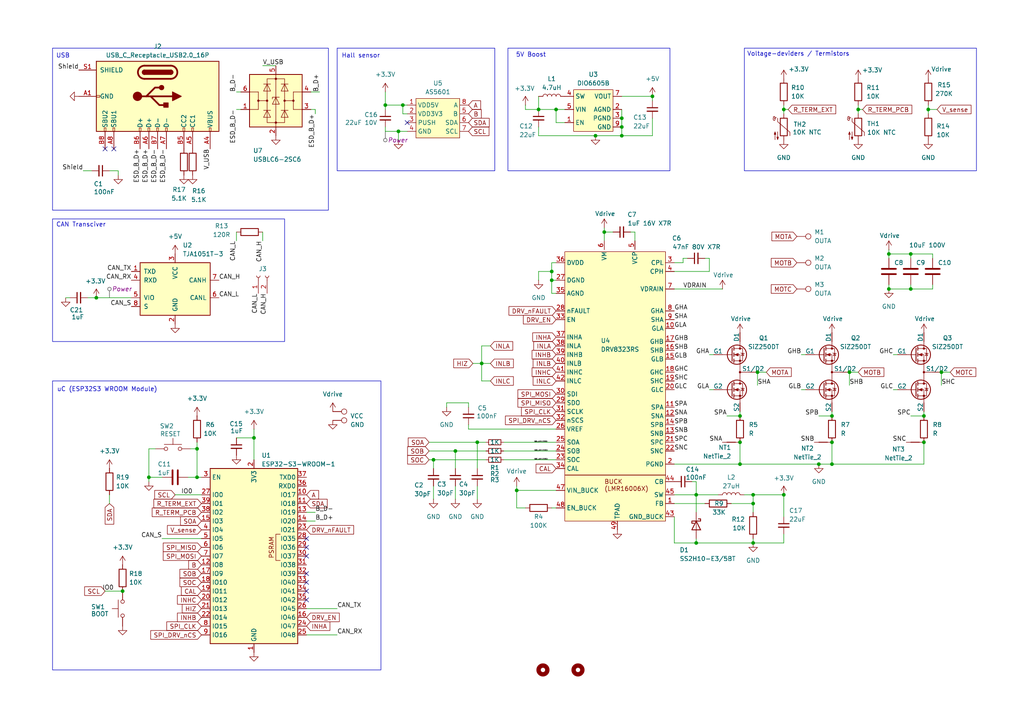
<source format=kicad_sch>
(kicad_sch
	(version 20231120)
	(generator "eeschema")
	(generator_version "8.0")
	(uuid "61527e19-2556-4103-af6a-a1f2e8aebbfc")
	(paper "A4")
	
	(junction
		(at 218.44 143.51)
		(diameter 0)
		(color 0 0 0 0)
		(uuid "0284385f-6127-40d9-9d67-bcb443d5fea0")
	)
	(junction
		(at 273.05 107.95)
		(diameter 0)
		(color 0 0 0 0)
		(uuid "0397b7ec-ca2e-4d7c-80bc-4658c9ad64da")
	)
	(junction
		(at 214.63 128.27)
		(diameter 0)
		(color 0 0 0 0)
		(uuid "0634f91f-f7fd-4a67-8527-54598e1b3186")
	)
	(junction
		(at 27.94 86.36)
		(diameter 0)
		(color 0 0 0 0)
		(uuid "11e90057-1b94-4ee4-aa74-eb7ca97f056a")
	)
	(junction
		(at 214.63 120.65)
		(diameter 0)
		(color 0 0 0 0)
		(uuid "19c3c244-869c-4e6c-9779-ce4dc7c7c00d")
	)
	(junction
		(at 161.29 31.75)
		(diameter 0)
		(color 0 0 0 0)
		(uuid "1f12e6e0-f05d-49f6-8994-4b5084f7b1d5")
	)
	(junction
		(at 218.44 157.48)
		(diameter 0)
		(color 0 0 0 0)
		(uuid "211c7462-3735-4841-9c6a-2498a829332a")
	)
	(junction
		(at 125.73 133.35)
		(diameter 0)
		(color 0 0 0 0)
		(uuid "2cfd6016-80fa-48b2-b6e3-2dc98749bf93")
	)
	(junction
		(at 57.15 138.43)
		(diameter 0)
		(color 0 0 0 0)
		(uuid "3a6340b0-ebde-45cd-93f8-4148dc4e6590")
	)
	(junction
		(at 246.38 107.95)
		(diameter 0)
		(color 0 0 0 0)
		(uuid "3e65267f-c0b7-43d3-956d-d9f1e49990d2")
	)
	(junction
		(at 139.7 105.41)
		(diameter 0)
		(color 0 0 0 0)
		(uuid "4953365e-e73f-4748-93dc-ef64c513e0a0")
	)
	(junction
		(at 35.56 171.45)
		(diameter 0)
		(color 0 0 0 0)
		(uuid "4a8d10f3-684e-4122-abd9-c4db5d62dad6")
	)
	(junction
		(at 267.97 120.65)
		(diameter 0)
		(color 0 0 0 0)
		(uuid "4cdb02b7-43b3-434c-b8f2-72548de4b741")
	)
	(junction
		(at 149.86 142.24)
		(diameter 0)
		(color 0 0 0 0)
		(uuid "51b5d669-54af-4c1a-9243-cd3bea59cdc3")
	)
	(junction
		(at 219.71 107.95)
		(diameter 0)
		(color 0 0 0 0)
		(uuid "5b6aed1d-1f8d-4065-94a7-6a4a07be897f")
	)
	(junction
		(at 172.72 39.37)
		(diameter 0)
		(color 0 0 0 0)
		(uuid "5cf45758-5f37-4339-b8a1-8157409629f7")
	)
	(junction
		(at 267.97 128.27)
		(diameter 0)
		(color 0 0 0 0)
		(uuid "5dbf8551-3883-48f3-9a86-19dea04ec26e")
	)
	(junction
		(at 115.57 38.1)
		(diameter 0)
		(color 0 0 0 0)
		(uuid "6225f909-13a6-4243-870e-9548ad2d923e")
	)
	(junction
		(at 189.23 27.94)
		(diameter 0)
		(color 0 0 0 0)
		(uuid "62df8372-c2d4-4c14-b407-2a5f0c147034")
	)
	(junction
		(at 218.44 146.05)
		(diameter 0)
		(color 0 0 0 0)
		(uuid "6334b0f6-42b5-4cb4-a8f4-d1f219b363df")
	)
	(junction
		(at 73.66 127)
		(diameter 0)
		(color 0 0 0 0)
		(uuid "671be447-7df0-4260-b6ff-ece6b464b211")
	)
	(junction
		(at 180.34 39.37)
		(diameter 0)
		(color 0 0 0 0)
		(uuid "6a47b1f5-898b-4789-bfa3-48e22b86e9ec")
	)
	(junction
		(at 111.76 30.48)
		(diameter 0)
		(color 0 0 0 0)
		(uuid "6ef2d5a1-6f24-4476-bc48-d4cbcc9e537a")
	)
	(junction
		(at 201.93 143.51)
		(diameter 0)
		(color 0 0 0 0)
		(uuid "72e940d6-32e3-44bc-8dae-66c8c996c187")
	)
	(junction
		(at 160.02 78.74)
		(diameter 0)
		(color 0 0 0 0)
		(uuid "7ab55101-d300-46cd-8135-3fda52f6f2ea")
	)
	(junction
		(at 227.33 31.75)
		(diameter 0)
		(color 0 0 0 0)
		(uuid "85c3527f-0613-4f22-b05f-784978630301")
	)
	(junction
		(at 57.15 130.175)
		(diameter 0)
		(color 0 0 0 0)
		(uuid "896e691e-af9a-4393-af52-0f7480011813")
	)
	(junction
		(at 180.34 36.83)
		(diameter 0)
		(color 0 0 0 0)
		(uuid "915a1d2e-c736-4903-b3ad-20e519cfd251")
	)
	(junction
		(at 264.16 83.82)
		(diameter 0)
		(color 0 0 0 0)
		(uuid "9518af15-a4d8-4d45-942c-ff9812e30013")
	)
	(junction
		(at 257.81 73.66)
		(diameter 0)
		(color 0 0 0 0)
		(uuid "95f33719-9f0b-4ddc-9471-c3c9c5b24a4f")
	)
	(junction
		(at 180.34 34.29)
		(diameter 0)
		(color 0 0 0 0)
		(uuid "9e6bb5e5-f254-471b-9e0e-a28cd3f478e4")
	)
	(junction
		(at 241.3 134.62)
		(diameter 0)
		(color 0 0 0 0)
		(uuid "a58529bd-f061-4ad9-ad27-64cb46bb1c4a")
	)
	(junction
		(at 269.24 31.75)
		(diameter 0)
		(color 0 0 0 0)
		(uuid "a6228a34-e5f9-4963-9f24-f99a62766710")
	)
	(junction
		(at 257.81 83.82)
		(diameter 0)
		(color 0 0 0 0)
		(uuid "a81e5768-7f59-4388-b894-3fd123ca3444")
	)
	(junction
		(at 156.21 31.75)
		(diameter 0)
		(color 0 0 0 0)
		(uuid "b6fde476-371a-46c0-bc92-2de43cb8c576")
	)
	(junction
		(at 214.63 134.62)
		(diameter 0)
		(color 0 0 0 0)
		(uuid "bf9d1884-85d1-495a-b8f2-904c080dd1a2")
	)
	(junction
		(at 227.33 143.51)
		(diameter 0)
		(color 0 0 0 0)
		(uuid "c1224f00-793d-47d8-ae35-797ce2c5d6be")
	)
	(junction
		(at 43.18 138.43)
		(diameter 0)
		(color 0 0 0 0)
		(uuid "c240a5e4-25a5-4952-9e64-f9ce81bddbe6")
	)
	(junction
		(at 116.84 30.48)
		(diameter 0)
		(color 0 0 0 0)
		(uuid "ca69c265-1155-4aa9-94b0-02ba90c56c30")
	)
	(junction
		(at 248.92 31.75)
		(diameter 0)
		(color 0 0 0 0)
		(uuid "cac58f90-c156-47a1-8f2b-332ce42d5e41")
	)
	(junction
		(at 237.49 134.62)
		(diameter 0)
		(color 0 0 0 0)
		(uuid "cae3805f-9921-468e-b0e3-f2ab50ce01f2")
	)
	(junction
		(at 138.43 128.27)
		(diameter 0)
		(color 0 0 0 0)
		(uuid "ce17d290-3265-4b3e-a8cf-d6e2a6d08c21")
	)
	(junction
		(at 241.3 128.27)
		(diameter 0)
		(color 0 0 0 0)
		(uuid "d46e767d-7704-48c1-a5ad-b2c17eebeb64")
	)
	(junction
		(at 132.08 130.81)
		(diameter 0)
		(color 0 0 0 0)
		(uuid "d65aeea5-4182-40e4-a6f1-dac2731cdda5")
	)
	(junction
		(at 241.3 120.65)
		(diameter 0)
		(color 0 0 0 0)
		(uuid "e1591f83-994a-49b0-b948-6cde9f870912")
	)
	(junction
		(at 264.16 73.66)
		(diameter 0)
		(color 0 0 0 0)
		(uuid "ecb0c12d-373a-4679-9d6a-64ac7ac32eda")
	)
	(junction
		(at 175.26 67.31)
		(diameter 0)
		(color 0 0 0 0)
		(uuid "f2212503-ba0d-4379-9668-07e3ff6a8f54")
	)
	(junction
		(at 160.02 81.28)
		(diameter 0)
		(color 0 0 0 0)
		(uuid "f6d688b1-7472-4ae6-9730-20ff3d8f06f4")
	)
	(junction
		(at 201.93 157.48)
		(diameter 0)
		(color 0 0 0 0)
		(uuid "fcb2e09a-9fc9-432c-aa9d-6737c14dd3e6")
	)
	(no_connect
		(at 88.9 156.21)
		(uuid "21b389bf-8544-4ab3-a6af-85dcec061312")
	)
	(no_connect
		(at 88.9 173.99)
		(uuid "251afa6e-a9d1-403b-aeff-f4b0a4576576")
	)
	(no_connect
		(at 88.9 168.91)
		(uuid "61f4fb37-3eb0-494a-9af1-0e95d0346d74")
	)
	(no_connect
		(at 88.9 158.75)
		(uuid "73d93d17-fc44-4448-b6fe-6e9ac6004424")
	)
	(no_connect
		(at 118.11 35.56)
		(uuid "76c6a7d5-5d02-4833-8953-f2662b4f852c")
	)
	(no_connect
		(at 30.48 43.18)
		(uuid "92bb5834-73c4-4919-8454-1c2723dce2fc")
	)
	(no_connect
		(at 88.9 161.29)
		(uuid "ada70651-de70-40f7-954e-5002d2db60ca")
	)
	(no_connect
		(at 33.02 43.18)
		(uuid "aed5293d-dfb3-4aed-8a82-23faff8d1c3e")
	)
	(no_connect
		(at 88.9 171.45)
		(uuid "e090aef1-90b4-4f62-9c33-2322617bbdfc")
	)
	(no_connect
		(at 88.9 166.37)
		(uuid "fdd7f21f-3aa0-48c1-bf4a-ccbd57068997")
	)
	(wire
		(pts
			(xy 97.79 184.15) (xy 88.9 184.15)
		)
		(stroke
			(width 0)
			(type default)
		)
		(uuid "011a5d79-3e4b-4425-8120-1a65eed59d42")
	)
	(wire
		(pts
			(xy 142.24 100.33) (xy 139.7 100.33)
		)
		(stroke
			(width 0)
			(type default)
		)
		(uuid "02be5661-f803-4d08-8298-99999d7979a2")
	)
	(wire
		(pts
			(xy 34.29 49.53) (xy 34.29 50.8)
		)
		(stroke
			(width 0)
			(type default)
		)
		(uuid "03a53043-347b-443c-bcb9-3b8e4fc834a0")
	)
	(wire
		(pts
			(xy 97.79 176.53) (xy 88.9 176.53)
		)
		(stroke
			(width 0)
			(type default)
		)
		(uuid "043b2b38-9be3-4631-9755-1969b406c865")
	)
	(wire
		(pts
			(xy 189.23 27.94) (xy 189.23 29.21)
		)
		(stroke
			(width 0)
			(type default)
		)
		(uuid "044e93da-b75d-4fe1-9ccc-0776ba600177")
	)
	(wire
		(pts
			(xy 205.74 74.93) (xy 205.74 78.74)
		)
		(stroke
			(width 0)
			(type default)
		)
		(uuid "06672801-f105-48ec-8636-7d9f4453f3c7")
	)
	(wire
		(pts
			(xy 227.33 143.51) (xy 227.33 149.86)
		)
		(stroke
			(width 0)
			(type default)
		)
		(uuid "083b6962-58c5-4368-92df-443c7b178cf5")
	)
	(wire
		(pts
			(xy 160.02 147.32) (xy 161.29 147.32)
		)
		(stroke
			(width 0)
			(type default)
		)
		(uuid "086f5a7f-036a-443d-a599-39a88c93e930")
	)
	(wire
		(pts
			(xy 264.16 83.82) (xy 264.16 82.55)
		)
		(stroke
			(width 0)
			(type default)
		)
		(uuid "0c5309a2-f22f-473b-87e3-ec003e6b0cb5")
	)
	(wire
		(pts
			(xy 160.02 76.2) (xy 161.29 76.2)
		)
		(stroke
			(width 0)
			(type default)
		)
		(uuid "0da8f5b3-a387-4ce9-b2fb-b1f9921f58ce")
	)
	(wire
		(pts
			(xy 189.23 39.37) (xy 180.34 39.37)
		)
		(stroke
			(width 0)
			(type default)
		)
		(uuid "0de32eee-b1fb-4a3b-baaf-d4cf3169c26e")
	)
	(wire
		(pts
			(xy 257.81 83.82) (xy 257.81 82.55)
		)
		(stroke
			(width 0)
			(type default)
		)
		(uuid "0ff71ec6-daa6-417e-ad74-711e61e9af7e")
	)
	(wire
		(pts
			(xy 246.38 107.95) (xy 246.38 111.76)
		)
		(stroke
			(width 0)
			(type default)
		)
		(uuid "1365553e-510d-499e-9486-7cc34328dfb8")
	)
	(wire
		(pts
			(xy 259.08 102.87) (xy 260.35 102.87)
		)
		(stroke
			(width 0)
			(type default)
		)
		(uuid "13a4e963-0594-4b9b-87b3-57fca33144c1")
	)
	(wire
		(pts
			(xy 91.44 33.02) (xy 91.44 31.75)
		)
		(stroke
			(width 0)
			(type default)
		)
		(uuid "156d26ff-5497-454b-b8a6-198d32f27973")
	)
	(wire
		(pts
			(xy 160.02 78.74) (xy 160.02 81.28)
		)
		(stroke
			(width 0)
			(type default)
		)
		(uuid "171f0f74-0024-4168-915c-00fe358561db")
	)
	(wire
		(pts
			(xy 214.63 128.27) (xy 214.63 134.62)
		)
		(stroke
			(width 0)
			(type default)
		)
		(uuid "18a8c47c-be01-4c87-ab30-608c31cc4353")
	)
	(wire
		(pts
			(xy 129.54 118.11) (xy 129.54 116.84)
		)
		(stroke
			(width 0)
			(type default)
		)
		(uuid "18d75c01-e5d4-4507-b4bc-613031109c08")
	)
	(wire
		(pts
			(xy 160.02 81.28) (xy 160.02 85.09)
		)
		(stroke
			(width 0)
			(type default)
		)
		(uuid "18ee7d1f-d2b8-4ae5-a1a4-a3e2a989c744")
	)
	(wire
		(pts
			(xy 135.89 116.84) (xy 135.89 118.11)
		)
		(stroke
			(width 0)
			(type default)
		)
		(uuid "1be4c169-afd6-4dc3-aa26-203f95f2e2e0")
	)
	(wire
		(pts
			(xy 129.54 116.84) (xy 135.89 116.84)
		)
		(stroke
			(width 0)
			(type default)
		)
		(uuid "1ef15a4a-fefe-4ab5-8a6e-435a6d445150")
	)
	(wire
		(pts
			(xy 195.58 76.2) (xy 198.12 76.2)
		)
		(stroke
			(width 0)
			(type default)
		)
		(uuid "1f52c2f2-758d-47ad-b55d-739484ce21cc")
	)
	(wire
		(pts
			(xy 264.16 83.82) (xy 270.51 83.82)
		)
		(stroke
			(width 0)
			(type default)
		)
		(uuid "2014b7e5-2955-440a-b2f8-cb557845122f")
	)
	(wire
		(pts
			(xy 175.26 67.31) (xy 177.8 67.31)
		)
		(stroke
			(width 0)
			(type default)
		)
		(uuid "21921f70-d1da-4e09-930b-fb9f14925f88")
	)
	(wire
		(pts
			(xy 184.15 67.31) (xy 184.15 69.85)
		)
		(stroke
			(width 0)
			(type default)
		)
		(uuid "229dd84a-09aa-4fb2-bc9b-b320fd2456d9")
	)
	(wire
		(pts
			(xy 248.92 30.48) (xy 248.92 31.75)
		)
		(stroke
			(width 0)
			(type default)
		)
		(uuid "22b53faf-6deb-4e3e-9ebf-83349e801a7c")
	)
	(wire
		(pts
			(xy 175.26 67.31) (xy 175.26 69.85)
		)
		(stroke
			(width 0)
			(type default)
		)
		(uuid "241890ec-3084-4961-9de6-d1ab385e1abc")
	)
	(wire
		(pts
			(xy 91.44 151.13) (xy 88.9 151.13)
		)
		(stroke
			(width 0)
			(type default)
		)
		(uuid "2431546a-3d1d-4144-847a-51929e5b33a4")
	)
	(wire
		(pts
			(xy 182.88 67.31) (xy 184.15 67.31)
		)
		(stroke
			(width 0)
			(type default)
		)
		(uuid "249ea630-43fe-4b59-9b9b-411d9360f2b0")
	)
	(wire
		(pts
			(xy 43.18 130.175) (xy 43.18 138.43)
		)
		(stroke
			(width 0)
			(type default)
		)
		(uuid "25552927-ff46-4e4c-a97a-5ecab71cd9eb")
	)
	(wire
		(pts
			(xy 116.84 30.48) (xy 116.84 33.02)
		)
		(stroke
			(width 0)
			(type default)
		)
		(uuid "2600df9b-a75b-482c-b875-a99527189097")
	)
	(wire
		(pts
			(xy 135.89 123.19) (xy 135.89 124.46)
		)
		(stroke
			(width 0)
			(type default)
		)
		(uuid "27272e84-7f0e-4353-a346-290371e68c04")
	)
	(wire
		(pts
			(xy 132.08 135.89) (xy 132.08 130.81)
		)
		(stroke
			(width 0)
			(type default)
		)
		(uuid "286396ee-3788-4771-b192-a74701a20357")
	)
	(wire
		(pts
			(xy 214.63 120.65) (xy 214.63 119.38)
		)
		(stroke
			(width 0)
			(type default)
		)
		(uuid "2b2af486-7486-47da-96f1-c2d05f60b703")
	)
	(wire
		(pts
			(xy 163.83 35.56) (xy 161.29 35.56)
		)
		(stroke
			(width 0)
			(type default)
		)
		(uuid "2b7b2e0c-3a19-4df6-8928-970ae75f907d")
	)
	(wire
		(pts
			(xy 237.49 134.62) (xy 241.3 134.62)
		)
		(stroke
			(width 0)
			(type default)
		)
		(uuid "2cd4e412-d39c-4680-8482-d672658e1124")
	)
	(wire
		(pts
			(xy 241.3 128.27) (xy 241.3 134.62)
		)
		(stroke
			(width 0)
			(type default)
		)
		(uuid "2d5e46b0-0455-453a-9a0a-774532d90479")
	)
	(wire
		(pts
			(xy 76.2 67.31) (xy 76.2 69.85)
		)
		(stroke
			(width 0)
			(type default)
		)
		(uuid "30ae292c-bc31-49cb-852d-95dfaffd2eec")
	)
	(wire
		(pts
			(xy 46.99 156.21) (xy 58.42 156.21)
		)
		(stroke
			(width 0)
			(type default)
		)
		(uuid "313ac65a-1bb8-43c3-980d-08a616c912a8")
	)
	(wire
		(pts
			(xy 73.66 127) (xy 73.66 133.35)
		)
		(stroke
			(width 0)
			(type default)
		)
		(uuid "31a822d6-14ce-4f29-b467-47e49e7c00b9")
	)
	(wire
		(pts
			(xy 219.71 107.95) (xy 219.71 111.76)
		)
		(stroke
			(width 0)
			(type default)
		)
		(uuid "3239172c-f328-438e-bae8-9f99350c8d81")
	)
	(wire
		(pts
			(xy 195.58 134.62) (xy 214.63 134.62)
		)
		(stroke
			(width 0)
			(type default)
		)
		(uuid "352a52b0-a05f-4362-b850-22fac450cb0b")
	)
	(wire
		(pts
			(xy 91.44 148.59) (xy 88.9 148.59)
		)
		(stroke
			(width 0)
			(type default)
		)
		(uuid "35b54aa2-84f8-4cca-83bd-30b267063e1e")
	)
	(wire
		(pts
			(xy 264.16 120.65) (xy 267.97 120.65)
		)
		(stroke
			(width 0)
			(type default)
		)
		(uuid "360362bf-2e46-4eaf-a44b-edc87c60ecfd")
	)
	(wire
		(pts
			(xy 138.43 128.27) (xy 140.97 128.27)
		)
		(stroke
			(width 0)
			(type default)
		)
		(uuid "39499314-ce31-4bc9-b633-cd4d8191eaf6")
	)
	(wire
		(pts
			(xy 138.43 128.27) (xy 138.43 135.89)
		)
		(stroke
			(width 0)
			(type default)
		)
		(uuid "3b02e597-d4ed-42b0-ba3c-b933cabf679e")
	)
	(wire
		(pts
			(xy 31.75 49.53) (xy 34.29 49.53)
		)
		(stroke
			(width 0)
			(type default)
		)
		(uuid "3b037d17-1c6a-464d-8330-def05a88e58e")
	)
	(wire
		(pts
			(xy 146.05 133.35) (xy 161.29 133.35)
		)
		(stroke
			(width 0)
			(type default)
		)
		(uuid "3d814851-48a3-432a-baf5-fd91d68f0148")
	)
	(wire
		(pts
			(xy 269.24 33.02) (xy 269.24 31.75)
		)
		(stroke
			(width 0)
			(type default)
		)
		(uuid "3df087e6-6f29-4b42-9fbf-3e5d57bed7ba")
	)
	(wire
		(pts
			(xy 246.38 107.95) (xy 248.92 107.95)
		)
		(stroke
			(width 0)
			(type default)
		)
		(uuid "3e8e5072-67bc-4e98-904d-733d711569bb")
	)
	(wire
		(pts
			(xy 195.58 143.51) (xy 201.93 143.51)
		)
		(stroke
			(width 0)
			(type default)
		)
		(uuid "3edef3bc-f9dd-47e8-9025-5198710296cd")
	)
	(wire
		(pts
			(xy 43.18 130.175) (xy 45.085 130.175)
		)
		(stroke
			(width 0)
			(type default)
		)
		(uuid "40be994a-77eb-42d6-ba72-d94b5d1d31f9")
	)
	(wire
		(pts
			(xy 156.21 39.37) (xy 172.72 39.37)
		)
		(stroke
			(width 0)
			(type default)
		)
		(uuid "422f9d61-36a9-41f6-99e6-e20ffb41364a")
	)
	(wire
		(pts
			(xy 55.245 130.175) (xy 57.15 130.175)
		)
		(stroke
			(width 0)
			(type default)
		)
		(uuid "4549d210-f376-4bc9-8dad-a8f64f085982")
	)
	(wire
		(pts
			(xy 156.21 36.83) (xy 156.21 39.37)
		)
		(stroke
			(width 0)
			(type default)
		)
		(uuid "488ed74f-48fb-4651-aed2-da784ccb6ee2")
	)
	(wire
		(pts
			(xy 195.58 83.82) (xy 209.55 83.82)
		)
		(stroke
			(width 0)
			(type default)
		)
		(uuid "49c357f5-07de-4bd7-a6b4-c52c73d41390")
	)
	(wire
		(pts
			(xy 43.18 138.43) (xy 46.99 138.43)
		)
		(stroke
			(width 0)
			(type default)
		)
		(uuid "4b0d0e63-c074-4c4a-a31d-707f2966482f")
	)
	(wire
		(pts
			(xy 137.16 105.41) (xy 139.7 105.41)
		)
		(stroke
			(width 0)
			(type default)
		)
		(uuid "4d78f852-e4d1-4dc2-a1db-101c6ea42d1d")
	)
	(wire
		(pts
			(xy 68.58 26.67) (xy 69.85 26.67)
		)
		(stroke
			(width 0)
			(type default)
		)
		(uuid "4ffaba3b-c1d0-443a-be22-0dc686904689")
	)
	(wire
		(pts
			(xy 180.34 39.37) (xy 180.34 36.83)
		)
		(stroke
			(width 0)
			(type default)
		)
		(uuid "51929ee4-f724-4493-88c4-09a52db2a031")
	)
	(wire
		(pts
			(xy 135.89 124.46) (xy 161.29 124.46)
		)
		(stroke
			(width 0)
			(type default)
		)
		(uuid "51b32f4a-46de-482e-ac26-8f7219840313")
	)
	(wire
		(pts
			(xy 180.34 27.94) (xy 189.23 27.94)
		)
		(stroke
			(width 0)
			(type default)
		)
		(uuid "52ff8145-23d7-4f33-be08-d92ff6d8b960")
	)
	(wire
		(pts
			(xy 132.08 130.81) (xy 124.46 130.81)
		)
		(stroke
			(width 0)
			(type default)
		)
		(uuid "57b85ff9-d518-4a4e-a249-232a442c2ec9")
	)
	(wire
		(pts
			(xy 205.74 78.74) (xy 195.58 78.74)
		)
		(stroke
			(width 0)
			(type default)
		)
		(uuid "582c2de0-7b90-477c-a4e1-8715f46525f9")
	)
	(wire
		(pts
			(xy 257.81 73.66) (xy 264.16 73.66)
		)
		(stroke
			(width 0)
			(type default)
		)
		(uuid "58a6b3aa-8ac2-4105-933b-5fa9bfcd31ff")
	)
	(wire
		(pts
			(xy 189.23 34.29) (xy 189.23 39.37)
		)
		(stroke
			(width 0)
			(type default)
		)
		(uuid "5907bbca-3a63-4d12-9202-bc4e6172b1f9")
	)
	(wire
		(pts
			(xy 111.76 30.48) (xy 116.84 30.48)
		)
		(stroke
			(width 0)
			(type default)
		)
		(uuid "59efcf45-4e0a-448d-8ca9-e6bb1c6f3146")
	)
	(wire
		(pts
			(xy 241.3 134.62) (xy 267.97 134.62)
		)
		(stroke
			(width 0)
			(type default)
		)
		(uuid "5f9a75f0-b40d-4cb8-a127-deda52cc5d2e")
	)
	(wire
		(pts
			(xy 275.59 107.95) (xy 273.05 107.95)
		)
		(stroke
			(width 0)
			(type default)
		)
		(uuid "60e4b5ba-8946-4920-8ad9-52141f6a7fb3")
	)
	(wire
		(pts
			(xy 68.58 127) (xy 73.66 127)
		)
		(stroke
			(width 0)
			(type default)
		)
		(uuid "66085653-3f93-4f80-af60-b3ecdbbb4c28")
	)
	(wire
		(pts
			(xy 116.84 30.48) (xy 118.11 30.48)
		)
		(stroke
			(width 0)
			(type default)
		)
		(uuid "6796b74f-ec96-473a-8828-afa9ccd00873")
	)
	(wire
		(pts
			(xy 142.24 110.49) (xy 139.7 110.49)
		)
		(stroke
			(width 0)
			(type default)
		)
		(uuid "68584cea-a3fe-4718-9754-3379fcca38bd")
	)
	(wire
		(pts
			(xy 205.74 102.87) (xy 207.01 102.87)
		)
		(stroke
			(width 0)
			(type default)
		)
		(uuid "6939d6bb-a446-4d47-a6c1-e051e12a1198")
	)
	(wire
		(pts
			(xy 201.93 157.48) (xy 201.93 156.21)
		)
		(stroke
			(width 0)
			(type default)
		)
		(uuid "6b829803-2c68-4525-9fa2-f9633c05895b")
	)
	(wire
		(pts
			(xy 125.73 133.35) (xy 140.97 133.35)
		)
		(stroke
			(width 0)
			(type default)
		)
		(uuid "6cef0e85-7259-40be-be80-cb6a812510f0")
	)
	(wire
		(pts
			(xy 125.73 140.97) (xy 125.73 144.78)
		)
		(stroke
			(width 0)
			(type default)
		)
		(uuid "6f3d197e-6761-41ee-8be7-095c68d7f55b")
	)
	(wire
		(pts
			(xy 227.33 31.75) (xy 227.33 33.02)
		)
		(stroke
			(width 0)
			(type default)
		)
		(uuid "70f96ed4-049b-4c1b-9632-f67e25667ea0")
	)
	(wire
		(pts
			(xy 111.76 38.1) (xy 115.57 38.1)
		)
		(stroke
			(width 0)
			(type default)
		)
		(uuid "7334f371-1d18-4ddd-9a84-501651edaa38")
	)
	(wire
		(pts
			(xy 156.21 78.74) (xy 160.02 78.74)
		)
		(stroke
			(width 0)
			(type default)
		)
		(uuid "76dfef7e-01f2-4e4f-a3a3-f1fba4f05c6f")
	)
	(wire
		(pts
			(xy 43.18 138.43) (xy 43.18 139.7)
		)
		(stroke
			(width 0)
			(type default)
		)
		(uuid "79e013f3-9947-4243-b10f-bdd496e8c793")
	)
	(wire
		(pts
			(xy 241.3 120.65) (xy 241.3 119.38)
		)
		(stroke
			(width 0)
			(type default)
		)
		(uuid "7ab1206b-8290-4eda-8340-15c7a9c2775e")
	)
	(wire
		(pts
			(xy 201.93 143.51) (xy 208.28 143.51)
		)
		(stroke
			(width 0)
			(type default)
		)
		(uuid "7cfda0e8-0a24-4fff-bf81-5ab291093829")
	)
	(wire
		(pts
			(xy 267.97 128.27) (xy 267.97 134.62)
		)
		(stroke
			(width 0)
			(type default)
		)
		(uuid "7d7f14b6-83c2-4989-b27f-cd658b6eb11d")
	)
	(wire
		(pts
			(xy 111.76 36.83) (xy 111.76 38.1)
		)
		(stroke
			(width 0)
			(type default)
		)
		(uuid "80389d22-1818-4795-9bfc-98636b07429a")
	)
	(wire
		(pts
			(xy 125.73 133.35) (xy 124.46 133.35)
		)
		(stroke
			(width 0)
			(type default)
		)
		(uuid "8103f168-84ed-481d-8100-17cc14df118e")
	)
	(wire
		(pts
			(xy 161.29 31.75) (xy 163.83 31.75)
		)
		(stroke
			(width 0)
			(type default)
		)
		(uuid "81ec38c3-f7b0-4ccc-9967-4d4f1cc22849")
	)
	(wire
		(pts
			(xy 232.41 102.87) (xy 233.68 102.87)
		)
		(stroke
			(width 0)
			(type default)
		)
		(uuid "8212911f-ed41-4e78-9eaa-bb8e0fa9b291")
	)
	(wire
		(pts
			(xy 138.43 140.97) (xy 138.43 144.78)
		)
		(stroke
			(width 0)
			(type default)
		)
		(uuid "8333a854-ac0e-4220-b7ea-1c2434fbe9b5")
	)
	(wire
		(pts
			(xy 27.94 86.36) (xy 38.1 86.36)
		)
		(stroke
			(width 0)
			(type default)
		)
		(uuid "8371ff55-74c5-4b50-97f0-5c291647fe81")
	)
	(wire
		(pts
			(xy 152.4 30.48) (xy 152.4 31.75)
		)
		(stroke
			(width 0)
			(type default)
		)
		(uuid "83a9654f-2fe3-492b-a461-e2c91966629b")
	)
	(wire
		(pts
			(xy 195.58 157.48) (xy 201.93 157.48)
		)
		(stroke
			(width 0)
			(type default)
		)
		(uuid "83c8fe8c-9c3b-490e-b425-4f3030d63b9d")
	)
	(wire
		(pts
			(xy 195.58 157.48) (xy 195.58 149.86)
		)
		(stroke
			(width 0)
			(type default)
		)
		(uuid "87ef8fb0-fa72-458b-9632-1f13c44307c3")
	)
	(wire
		(pts
			(xy 257.81 72.39) (xy 257.81 73.66)
		)
		(stroke
			(width 0)
			(type default)
		)
		(uuid "88ebcec4-a624-405d-8d7f-6c33f2712a37")
	)
	(wire
		(pts
			(xy 271.78 31.75) (xy 269.24 31.75)
		)
		(stroke
			(width 0)
			(type default)
		)
		(uuid "8a6a9fd7-0837-49b3-9c4c-22d92bcceb45")
	)
	(wire
		(pts
			(xy 160.02 78.74) (xy 160.02 76.2)
		)
		(stroke
			(width 0)
			(type default)
		)
		(uuid "8b109ba6-9648-4827-8977-2fd48f9cc0a9")
	)
	(wire
		(pts
			(xy 132.08 140.97) (xy 132.08 144.78)
		)
		(stroke
			(width 0)
			(type default)
		)
		(uuid "8e26ec5e-010b-4f62-a532-8910e20dfdb7")
	)
	(wire
		(pts
			(xy 68.58 31.75) (xy 69.85 31.75)
		)
		(stroke
			(width 0)
			(type default)
		)
		(uuid "8f09fd79-f802-41a4-bedd-0c7f8d6326dd")
	)
	(wire
		(pts
			(xy 218.44 143.51) (xy 227.33 143.51)
		)
		(stroke
			(width 0)
			(type default)
		)
		(uuid "8f7adad8-ca65-4899-8423-394d3b880284")
	)
	(wire
		(pts
			(xy 24.13 49.53) (xy 26.67 49.53)
		)
		(stroke
			(width 0)
			(type default)
		)
		(uuid "9025d658-a359-4854-a0c6-a6160ee6ea6d")
	)
	(wire
		(pts
			(xy 156.21 31.75) (xy 161.29 31.75)
		)
		(stroke
			(width 0)
			(type default)
		)
		(uuid "910b7f06-fed8-4804-aac7-8f93d7902abb")
	)
	(wire
		(pts
			(xy 160.02 81.28) (xy 161.29 81.28)
		)
		(stroke
			(width 0)
			(type default)
		)
		(uuid "933bd77c-0ad7-4fd9-a162-84e4c700dcd9")
	)
	(wire
		(pts
			(xy 204.47 146.05) (xy 195.58 146.05)
		)
		(stroke
			(width 0)
			(type default)
		)
		(uuid "933d9815-4008-4442-8062-036cc373ed9c")
	)
	(wire
		(pts
			(xy 204.47 74.93) (xy 205.74 74.93)
		)
		(stroke
			(width 0)
			(type default)
		)
		(uuid "939f944b-5802-482e-8415-d522c9b7d79d")
	)
	(wire
		(pts
			(xy 210.82 120.65) (xy 214.63 120.65)
		)
		(stroke
			(width 0)
			(type default)
		)
		(uuid "970a34d6-31d9-4f15-b645-2fbde8aa5673")
	)
	(wire
		(pts
			(xy 264.16 73.66) (xy 270.51 73.66)
		)
		(stroke
			(width 0)
			(type default)
		)
		(uuid "99547f1d-af51-4d31-bb2a-45ccbf19b67d")
	)
	(wire
		(pts
			(xy 124.46 128.27) (xy 138.43 128.27)
		)
		(stroke
			(width 0)
			(type default)
		)
		(uuid "99587cc0-6319-4dba-918a-fe8a812f34ca")
	)
	(wire
		(pts
			(xy 180.34 34.29) (xy 180.34 31.75)
		)
		(stroke
			(width 0)
			(type default)
		)
		(uuid "9a29affb-46d1-4256-b53d-bec77cfdcd10")
	)
	(wire
		(pts
			(xy 175.26 66.04) (xy 175.26 67.31)
		)
		(stroke
			(width 0)
			(type default)
		)
		(uuid "9da758bf-79e4-49ba-8a6c-5d34454e9961")
	)
	(wire
		(pts
			(xy 92.71 26.67) (xy 90.17 26.67)
		)
		(stroke
			(width 0)
			(type default)
		)
		(uuid "a11842e9-9cfd-481b-bd53-3a499f5b0a00")
	)
	(wire
		(pts
			(xy 139.7 110.49) (xy 139.7 105.41)
		)
		(stroke
			(width 0)
			(type default)
		)
		(uuid "a3209d69-e3bb-4cf2-8a8d-ec2521a390fd")
	)
	(wire
		(pts
			(xy 215.9 143.51) (xy 218.44 143.51)
		)
		(stroke
			(width 0)
			(type default)
		)
		(uuid "a3ebd1ec-f581-4571-a308-850893383ad7")
	)
	(wire
		(pts
			(xy 57.15 128.27) (xy 57.15 130.175)
		)
		(stroke
			(width 0)
			(type default)
		)
		(uuid "a4a08e94-56e1-4eb3-ab7b-2da7b729bc4f")
	)
	(wire
		(pts
			(xy 146.05 130.81) (xy 161.29 130.81)
		)
		(stroke
			(width 0)
			(type default)
		)
		(uuid "a6256943-225c-463a-ba0f-2d145800da22")
	)
	(wire
		(pts
			(xy 198.12 76.2) (xy 198.12 74.93)
		)
		(stroke
			(width 0)
			(type default)
		)
		(uuid "a637f015-cd8b-447f-b608-4dcf60b9f8b2")
	)
	(wire
		(pts
			(xy 91.44 31.75) (xy 90.17 31.75)
		)
		(stroke
			(width 0)
			(type default)
		)
		(uuid "aea742dd-ca95-4e13-8033-ee1da586a771")
	)
	(wire
		(pts
			(xy 218.44 157.48) (xy 227.33 157.48)
		)
		(stroke
			(width 0)
			(type default)
		)
		(uuid "b1f659de-0df7-489a-b6fa-fba70471e99f")
	)
	(wire
		(pts
			(xy 73.66 124.46) (xy 73.66 127)
		)
		(stroke
			(width 0)
			(type default)
		)
		(uuid "b30173bf-58c5-444f-8109-639213e6f125")
	)
	(wire
		(pts
			(xy 201.93 139.7) (xy 200.66 139.7)
		)
		(stroke
			(width 0)
			(type default)
		)
		(uuid "b3626da6-c128-4cae-b584-731fad18b117")
	)
	(wire
		(pts
			(xy 228.6 31.75) (xy 227.33 31.75)
		)
		(stroke
			(width 0)
			(type default)
		)
		(uuid "b376fd8c-5f45-4970-b544-bff1a248fbe0")
	)
	(wire
		(pts
			(xy 270.51 83.82) (xy 270.51 82.55)
		)
		(stroke
			(width 0)
			(type default)
		)
		(uuid "b79a512f-54bd-455d-8ed6-05149c0c4ec4")
	)
	(wire
		(pts
			(xy 116.84 33.02) (xy 118.11 33.02)
		)
		(stroke
			(width 0)
			(type default)
		)
		(uuid "b8d3199b-a1c3-48b9-926a-478e10422024")
	)
	(wire
		(pts
			(xy 237.49 120.65) (xy 241.3 120.65)
		)
		(stroke
			(width 0)
			(type default)
		)
		(uuid "b8e8dd65-6e0b-42da-b4e2-f06087a52458")
	)
	(wire
		(pts
			(xy 232.41 113.03) (xy 233.68 113.03)
		)
		(stroke
			(width 0)
			(type default)
		)
		(uuid "ba3a7361-4c1c-45a1-bf46-2835f2105d92")
	)
	(wire
		(pts
			(xy 248.92 31.75) (xy 248.92 33.02)
		)
		(stroke
			(width 0)
			(type default)
		)
		(uuid "bc5d90eb-ff10-4fdc-ab98-b88ce155668a")
	)
	(wire
		(pts
			(xy 218.44 157.48) (xy 218.44 156.21)
		)
		(stroke
			(width 0)
			(type default)
		)
		(uuid "bd12054a-642d-4adf-b729-2d1f84a44558")
	)
	(wire
		(pts
			(xy 156.21 27.94) (xy 156.21 31.75)
		)
		(stroke
			(width 0)
			(type default)
		)
		(uuid "bf6725da-7718-4c3b-970c-73b95b65e55c")
	)
	(wire
		(pts
			(xy 180.34 36.83) (xy 180.34 34.29)
		)
		(stroke
			(width 0)
			(type default)
		)
		(uuid "c0fddb89-22a5-4e33-9f02-cbfce21c4fa6")
	)
	(wire
		(pts
			(xy 212.09 146.05) (xy 218.44 146.05)
		)
		(stroke
			(width 0)
			(type default)
		)
		(uuid "c1018225-72aa-4d1e-bc5a-87a81f0ce7e9")
	)
	(wire
		(pts
			(xy 227.33 30.48) (xy 227.33 31.75)
		)
		(stroke
			(width 0)
			(type default)
		)
		(uuid "c10796c5-0e5c-43b7-8bde-ca8c041d2459")
	)
	(wire
		(pts
			(xy 139.7 105.41) (xy 142.24 105.41)
		)
		(stroke
			(width 0)
			(type default)
		)
		(uuid "c21ed720-73a0-4b6d-8487-f09f398bb1de")
	)
	(wire
		(pts
			(xy 149.86 140.97) (xy 149.86 142.24)
		)
		(stroke
			(width 0)
			(type default)
		)
		(uuid "c3700901-eb7e-4fd8-be77-a7ca370659ee")
	)
	(wire
		(pts
			(xy 227.33 154.94) (xy 227.33 157.48)
		)
		(stroke
			(width 0)
			(type default)
		)
		(uuid "c497c688-434f-4845-a760-523ae1880b8b")
	)
	(wire
		(pts
			(xy 132.08 130.81) (xy 140.97 130.81)
		)
		(stroke
			(width 0)
			(type default)
		)
		(uuid "c92c6140-4ffc-4b31-a3c2-d9e682fc1ae9")
	)
	(wire
		(pts
			(xy 125.73 135.89) (xy 125.73 133.35)
		)
		(stroke
			(width 0)
			(type default)
		)
		(uuid "c99a1ca2-8d85-4abf-80ef-3fbb5c33f5f6")
	)
	(wire
		(pts
			(xy 269.24 30.48) (xy 269.24 31.75)
		)
		(stroke
			(width 0)
			(type default)
		)
		(uuid "cdeaf8b4-6dd3-4b58-958a-15ab23a29e81")
	)
	(wire
		(pts
			(xy 205.74 113.03) (xy 207.01 113.03)
		)
		(stroke
			(width 0)
			(type default)
		)
		(uuid "cf6cdc1a-e792-4c00-a975-a5ba2f23b679")
	)
	(wire
		(pts
			(xy 248.92 31.75) (xy 250.19 31.75)
		)
		(stroke
			(width 0)
			(type default)
		)
		(uuid "d05e4fb0-1ecd-4d5a-ad8d-2463df77d318")
	)
	(wire
		(pts
			(xy 57.15 138.43) (xy 58.42 138.43)
		)
		(stroke
			(width 0)
			(type default)
		)
		(uuid "d4c31d4f-75f5-4063-a2ae-636a0ab1e2b4")
	)
	(wire
		(pts
			(xy 19.05 86.36) (xy 20.32 86.36)
		)
		(stroke
			(width 0)
			(type default)
		)
		(uuid "d69adecb-caec-424e-a880-7aa83e2c5622")
	)
	(wire
		(pts
			(xy 218.44 146.05) (xy 218.44 148.59)
		)
		(stroke
			(width 0)
			(type default)
		)
		(uuid "d6e343dd-a699-47e3-b16f-53efffab0555")
	)
	(wire
		(pts
			(xy 57.15 130.175) (xy 57.15 138.43)
		)
		(stroke
			(width 0)
			(type default)
		)
		(uuid "d8e9af29-1854-4355-ba5a-7b0aec50f11c")
	)
	(wire
		(pts
			(xy 161.29 85.09) (xy 160.02 85.09)
		)
		(stroke
			(width 0)
			(type default)
		)
		(uuid "d95e5445-fa57-4081-a14a-ecf40bedadf6")
	)
	(wire
		(pts
			(xy 149.86 147.32) (xy 149.86 142.24)
		)
		(stroke
			(width 0)
			(type default)
		)
		(uuid "da07ad9f-8319-48c4-aa0e-54660e05b69d")
	)
	(wire
		(pts
			(xy 68.58 67.31) (xy 68.58 69.85)
		)
		(stroke
			(width 0)
			(type default)
		)
		(uuid "da79e327-6459-4e94-904f-ce7bad2e9746")
	)
	(wire
		(pts
			(xy 50.8 143.51) (xy 58.42 143.51)
		)
		(stroke
			(width 0)
			(type default)
		)
		(uuid "dac7f3bc-cffe-4682-bc22-2d976e7e14e3")
	)
	(wire
		(pts
			(xy 257.81 73.66) (xy 257.81 74.93)
		)
		(stroke
			(width 0)
			(type default)
		)
		(uuid "db34b52d-d82b-4fb9-b4bd-ecefebd45d3f")
	)
	(wire
		(pts
			(xy 201.93 143.51) (xy 201.93 139.7)
		)
		(stroke
			(width 0)
			(type default)
		)
		(uuid "dc4273e7-c171-4972-8acf-3e6c11f950af")
	)
	(wire
		(pts
			(xy 31.75 143.51) (xy 31.75 146.05)
		)
		(stroke
			(width 0)
			(type default)
		)
		(uuid "dd0efa2e-ecf0-4272-b631-cf16b12445b7")
	)
	(wire
		(pts
			(xy 198.12 74.93) (xy 199.39 74.93)
		)
		(stroke
			(width 0)
			(type default)
		)
		(uuid "dd404c2d-ec22-4d98-bd85-e37d2401b59b")
	)
	(wire
		(pts
			(xy 139.7 100.33) (xy 139.7 105.41)
		)
		(stroke
			(width 0)
			(type default)
		)
		(uuid "de6acca5-d55c-4a18-96af-5b8bfc95b447")
	)
	(wire
		(pts
			(xy 201.93 157.48) (xy 218.44 157.48)
		)
		(stroke
			(width 0)
			(type default)
		)
		(uuid "dfe93e5a-3341-4189-9402-c28d895de3c5")
	)
	(wire
		(pts
			(xy 201.93 143.51) (xy 201.93 148.59)
		)
		(stroke
			(width 0)
			(type default)
		)
		(uuid "e0f0544b-3f1e-4215-949e-19d216fd7998")
	)
	(wire
		(pts
			(xy 264.16 73.66) (xy 264.16 74.93)
		)
		(stroke
			(width 0)
			(type default)
		)
		(uuid "e0f1e6db-0860-4669-a2f0-9ee71b73ba90")
	)
	(wire
		(pts
			(xy 222.25 107.95) (xy 219.71 107.95)
		)
		(stroke
			(width 0)
			(type default)
		)
		(uuid "e13bdf55-da34-4ef6-a33e-3ed46286aff6")
	)
	(wire
		(pts
			(xy 156.21 78.74) (xy 156.21 81.28)
		)
		(stroke
			(width 0)
			(type default)
		)
		(uuid "e175d570-87bb-4f09-bd11-1fa00c5959dc")
	)
	(wire
		(pts
			(xy 267.97 120.65) (xy 267.97 119.38)
		)
		(stroke
			(width 0)
			(type default)
		)
		(uuid "e1b64b5e-ab3f-4766-8c50-790013133003")
	)
	(wire
		(pts
			(xy 146.05 128.27) (xy 161.29 128.27)
		)
		(stroke
			(width 0)
			(type default)
		)
		(uuid "e434f8bf-d182-42e5-b3b9-93e9bda0ec63")
	)
	(wire
		(pts
			(xy 30.48 171.45) (xy 35.56 171.45)
		)
		(stroke
			(width 0)
			(type default)
		)
		(uuid "e496060b-76b7-48d7-b7eb-b6049be287b4")
	)
	(wire
		(pts
			(xy 115.57 40.64) (xy 115.57 38.1)
		)
		(stroke
			(width 0)
			(type default)
		)
		(uuid "e5aa04ca-bf64-43ae-8563-2a75d5ba08a4")
	)
	(wire
		(pts
			(xy 152.4 147.32) (xy 149.86 147.32)
		)
		(stroke
			(width 0)
			(type default)
		)
		(uuid "e5af316e-33ff-4609-a147-e9827cef02a0")
	)
	(wire
		(pts
			(xy 111.76 30.48) (xy 111.76 31.75)
		)
		(stroke
			(width 0)
			(type default)
		)
		(uuid "e631c3e5-77f6-413b-8ba7-bffd99f4ad67")
	)
	(wire
		(pts
			(xy 259.08 113.03) (xy 260.35 113.03)
		)
		(stroke
			(width 0)
			(type default)
		)
		(uuid "e74ebb78-e732-4b0c-b96d-158321ccc408")
	)
	(wire
		(pts
			(xy 270.51 73.66) (xy 270.51 74.93)
		)
		(stroke
			(width 0)
			(type default)
		)
		(uuid "e75123b2-a023-4343-b674-a76323494be1")
	)
	(wire
		(pts
			(xy 152.4 31.75) (xy 156.21 31.75)
		)
		(stroke
			(width 0)
			(type default)
		)
		(uuid "e827ca3d-0e6d-4394-93ea-41f92726d04e")
	)
	(wire
		(pts
			(xy 111.76 26.67) (xy 111.76 30.48)
		)
		(stroke
			(width 0)
			(type default)
		)
		(uuid "e8908adc-5cc2-490f-a45e-9387bea52927")
	)
	(wire
		(pts
			(xy 115.57 38.1) (xy 118.11 38.1)
		)
		(stroke
			(width 0)
			(type default)
		)
		(uuid "e8cdc5da-34b4-44a9-b437-b37dc0fde6e9")
	)
	(wire
		(pts
			(xy 25.4 86.36) (xy 27.94 86.36)
		)
		(stroke
			(width 0)
			(type default)
		)
		(uuid "ed2fd9a0-c308-467f-b400-0da79035e5de")
	)
	(wire
		(pts
			(xy 257.81 83.82) (xy 264.16 83.82)
		)
		(stroke
			(width 0)
			(type default)
		)
		(uuid "f07e7f3c-ec0d-4ce7-8132-61382f16145e")
	)
	(wire
		(pts
			(xy 218.44 143.51) (xy 218.44 146.05)
		)
		(stroke
			(width 0)
			(type default)
		)
		(uuid "f1bfa21c-1da7-49cd-b8cf-63537902d76e")
	)
	(wire
		(pts
			(xy 161.29 35.56) (xy 161.29 31.75)
		)
		(stroke
			(width 0)
			(type default)
		)
		(uuid "f2ae1466-58c8-4712-b124-8024760a17da")
	)
	(wire
		(pts
			(xy 214.63 134.62) (xy 237.49 134.62)
		)
		(stroke
			(width 0)
			(type default)
		)
		(uuid "f52abe7c-111c-4897-b814-8d20376eb35f")
	)
	(wire
		(pts
			(xy 76.2 19.05) (xy 80.01 19.05)
		)
		(stroke
			(width 0)
			(type default)
		)
		(uuid "f6356dc4-eb59-47c7-b5b5-43a7ef64d6fd")
	)
	(wire
		(pts
			(xy 54.61 138.43) (xy 57.15 138.43)
		)
		(stroke
			(width 0)
			(type default)
		)
		(uuid "f91331da-5ade-479b-9110-7fd391b25c3a")
	)
	(wire
		(pts
			(xy 149.86 142.24) (xy 161.29 142.24)
		)
		(stroke
			(width 0)
			(type default)
		)
		(uuid "f9256f81-9369-448c-b780-168d77fe8d00")
	)
	(wire
		(pts
			(xy 172.72 39.37) (xy 180.34 39.37)
		)
		(stroke
			(width 0)
			(type default)
		)
		(uuid "fda4ea76-893e-4e81-af18-b52de6ff1e3e")
	)
	(wire
		(pts
			(xy 273.05 107.95) (xy 273.05 111.76)
		)
		(stroke
			(width 0)
			(type default)
		)
		(uuid "fdd6a8a7-15f1-4413-8161-46118f6d7c90")
	)
	(rectangle
		(start 15.24 63.5)
		(end 82.55 99.06)
		(stroke
			(width 0)
			(type default)
		)
		(fill
			(type none)
		)
		(uuid 06e052f4-da08-47e6-9d03-0817a605536c)
	)
	(rectangle
		(start 215.9 13.97)
		(end 283.21 49.53)
		(stroke
			(width 0)
			(type default)
		)
		(fill
			(type none)
		)
		(uuid 27bf8d16-c798-4b0e-b398-bed1539fc3fd)
	)
	(rectangle
		(start 97.79 13.97)
		(end 143.51 49.53)
		(stroke
			(width 0)
			(type default)
		)
		(fill
			(type none)
		)
		(uuid 745200eb-f91e-47eb-bce4-15cae6446002)
	)
	(rectangle
		(start 147.32 13.97)
		(end 194.31 49.53)
		(stroke
			(width 0)
			(type default)
		)
		(fill
			(type none)
		)
		(uuid ba09f429-4d9d-4b03-b4f6-9801e91bd977)
	)
	(rectangle
		(start 15.24 110.49)
		(end 110.49 194.31)
		(stroke
			(width 0)
			(type default)
		)
		(fill
			(type none)
		)
		(uuid bcb4e515-ec53-4609-8f2c-955bd4e90559)
	)
	(rectangle
		(start 15.24 13.97)
		(end 95.25 60.96)
		(stroke
			(width 0)
			(type default)
		)
		(fill
			(type none)
		)
		(uuid e681141d-2e7c-4bb1-a1ec-620428b95373)
	)
	(text "USB"
		(exclude_from_sim no)
		(at 16.256 16.256 0)
		(effects
			(font
				(size 1.27 1.27)
			)
			(justify left)
		)
		(uuid "2c00c21c-3b22-4ae5-b621-f7e61c714727")
	)
	(text "Voltage-deviders / Termistors"
		(exclude_from_sim no)
		(at 216.662 15.748 0)
		(effects
			(font
				(size 1.27 1.27)
			)
			(justify left)
		)
		(uuid "8aaa2967-6696-493e-abec-6b2e731655c9")
	)
	(text "CAN Transciver"
		(exclude_from_sim no)
		(at 16.256 65.278 0)
		(effects
			(font
				(size 1.27 1.27)
			)
			(justify left)
		)
		(uuid "ad00accc-3724-471f-804a-8337084dc7ea")
	)
	(text "Hall sensor"
		(exclude_from_sim no)
		(at 99.06 16.256 0)
		(effects
			(font
				(size 1.27 1.27)
			)
			(justify left)
		)
		(uuid "da985763-1f3d-43c3-b193-8b45c67841bf")
	)
	(text "5V Boost"
		(exclude_from_sim no)
		(at 149.606 16.002 0)
		(effects
			(font
				(size 1.27 1.27)
			)
			(justify left)
		)
		(uuid "dde45ef9-d504-436e-8c47-64475238698f")
	)
	(text "uC (ESP32S3 WROOM Module)"
		(exclude_from_sim no)
		(at 16.51 113.03 0)
		(effects
			(font
				(size 1.27 1.27)
			)
			(justify left)
		)
		(uuid "ea64fadc-6bc4-4f7c-bbf3-66bf38cf0abf")
	)
	(label "GLC"
		(at 195.58 113.03 0)
		(fields_autoplaced yes)
		(effects
			(font
				(size 1.27 1.27)
			)
			(justify left bottom)
		)
		(uuid "035accb0-d739-41cc-af74-cdd5ab519a73")
	)
	(label "ESD_B_D+"
		(at 40.64 43.18 270)
		(fields_autoplaced yes)
		(effects
			(font
				(size 1.27 1.27)
			)
			(justify right bottom)
		)
		(uuid "0915cbbf-3876-4fa1-bee4-b9fb28f24c18")
	)
	(label "CAN_TX"
		(at 97.79 176.53 0)
		(fields_autoplaced yes)
		(effects
			(font
				(size 1.27 1.27)
			)
			(justify left bottom)
		)
		(uuid "0c78c80b-9150-4790-ab2e-cb376eb72dfc")
	)
	(label "SHA"
		(at 195.58 92.71 0)
		(fields_autoplaced yes)
		(effects
			(font
				(size 1.27 1.27)
			)
			(justify left bottom)
		)
		(uuid "18a4fe30-d7d0-4821-ac5c-b479668ddf41")
	)
	(label "SNC"
		(at 262.89 128.27 180)
		(fields_autoplaced yes)
		(effects
			(font
				(size 1.27 1.27)
			)
			(justify right bottom)
		)
		(uuid "1a03ace6-eb1a-4d55-b6b9-a05666835f9c")
	)
	(label "IO0"
		(at 33.02 171.45 180)
		(fields_autoplaced yes)
		(effects
			(font
				(size 1.27 1.27)
			)
			(justify right bottom)
		)
		(uuid "1a6d3465-213d-4e63-bdd5-a17b5aa0ba2d")
	)
	(label "SOB_UNFILTERED"
		(at 154.94 130.81 0)
		(fields_autoplaced yes)
		(effects
			(font
				(size 0.3 0.3)
			)
			(justify left bottom)
		)
		(uuid "1ab916f0-5db1-4515-bb83-a6547d46a726")
	)
	(label "SHC"
		(at 273.05 111.76 0)
		(fields_autoplaced yes)
		(effects
			(font
				(size 1.27 1.27)
			)
			(justify left bottom)
		)
		(uuid "20c88e71-2474-42a8-867c-b23cefc36845")
	)
	(label "GLA"
		(at 195.58 95.25 0)
		(fields_autoplaced yes)
		(effects
			(font
				(size 1.27 1.27)
			)
			(justify left bottom)
		)
		(uuid "20f20bb6-d56b-492c-ad3a-1822d383b589")
	)
	(label "B_D+"
		(at 91.44 151.13 0)
		(fields_autoplaced yes)
		(effects
			(font
				(size 1.27 1.27)
			)
			(justify left bottom)
		)
		(uuid "243be6cb-6552-45a4-a3b1-3c6c1db2bb87")
	)
	(label "SPB"
		(at 237.49 120.65 180)
		(fields_autoplaced yes)
		(effects
			(font
				(size 1.27 1.27)
			)
			(justify right bottom)
		)
		(uuid "25b7a022-092b-46c1-bddd-5f06ed69dbea")
	)
	(label "SHA"
		(at 219.71 111.76 0)
		(fields_autoplaced yes)
		(effects
			(font
				(size 1.27 1.27)
			)
			(justify left bottom)
		)
		(uuid "2ae81d49-ccee-4cc6-bee9-ac7e4344f131")
	)
	(label "VDRAIN"
		(at 198.12 83.82 0)
		(fields_autoplaced yes)
		(effects
			(font
				(size 1.27 1.27)
			)
			(justify left bottom)
		)
		(uuid "2efbfa88-c858-4872-8601-33fd638b5d7d")
	)
	(label "CAN_H"
		(at 63.5 81.28 0)
		(fields_autoplaced yes)
		(effects
			(font
				(size 1.27 1.27)
			)
			(justify left bottom)
		)
		(uuid "33fa3b26-31c2-47c9-bcc5-4730d5badc51")
	)
	(label "GHC"
		(at 195.58 107.95 0)
		(fields_autoplaced yes)
		(effects
			(font
				(size 1.27 1.27)
			)
			(justify left bottom)
		)
		(uuid "34130c60-1859-4e60-962a-acc2220852d9")
	)
	(label "B_D-"
		(at 68.58 26.67 90)
		(fields_autoplaced yes)
		(effects
			(font
				(size 1.27 1.27)
			)
			(justify left bottom)
		)
		(uuid "3485e308-d4da-45fd-af55-389f3f5df72e")
	)
	(label "GHB"
		(at 232.41 102.87 180)
		(fields_autoplaced yes)
		(effects
			(font
				(size 1.27 1.27)
			)
			(justify right bottom)
		)
		(uuid "3594dad8-ba29-449a-b0da-cf72eeb1e9e4")
	)
	(label "B_D-"
		(at 91.44 148.59 0)
		(fields_autoplaced yes)
		(effects
			(font
				(size 1.27 1.27)
			)
			(justify left bottom)
		)
		(uuid "37d09b41-7176-45d2-9d46-f5298d436eb1")
	)
	(label "CAN_S"
		(at 46.99 156.21 180)
		(fields_autoplaced yes)
		(effects
			(font
				(size 1.27 1.27)
			)
			(justify right bottom)
		)
		(uuid "43df1439-dd50-4dee-87d6-40af9b643f54")
	)
	(label "SNB"
		(at 195.58 125.73 0)
		(fields_autoplaced yes)
		(effects
			(font
				(size 1.27 1.27)
			)
			(justify left bottom)
		)
		(uuid "45dc56b7-2b99-435c-8a36-3644f784de9c")
	)
	(label "GLB"
		(at 232.41 113.03 180)
		(fields_autoplaced yes)
		(effects
			(font
				(size 1.27 1.27)
			)
			(justify right bottom)
		)
		(uuid "50509eb9-5a4d-4cd1-a6ed-7e3c1be250a8")
	)
	(label "SPC"
		(at 264.16 120.65 180)
		(fields_autoplaced yes)
		(effects
			(font
				(size 1.27 1.27)
			)
			(justify right bottom)
		)
		(uuid "6276c5a6-165b-40dd-b12f-5a045ac3c034")
	)
	(label "ESD_B_D-"
		(at 48.26 43.18 270)
		(fields_autoplaced yes)
		(effects
			(font
				(size 1.27 1.27)
			)
			(justify right bottom)
		)
		(uuid "69bff4f1-1e56-47df-a909-d17db76edcbd")
	)
	(label "SHC"
		(at 195.58 110.49 0)
		(fields_autoplaced yes)
		(effects
			(font
				(size 1.27 1.27)
			)
			(justify left bottom)
		)
		(uuid "69d41045-26b8-4e38-be0e-702ca65b5806")
	)
	(label "ESD_B_D+"
		(at 43.18 43.18 270)
		(fields_autoplaced yes)
		(effects
			(font
				(size 1.27 1.27)
			)
			(justify right bottom)
		)
		(uuid "70a4a001-6443-42c0-b30b-d0c5a827729c")
	)
	(label "GHB"
		(at 195.58 99.06 0)
		(fields_autoplaced yes)
		(effects
			(font
				(size 1.27 1.27)
			)
			(justify left bottom)
		)
		(uuid "70f8a0b4-d08a-4074-a249-2e7a4affd168")
	)
	(label "SHB"
		(at 195.58 101.6 0)
		(fields_autoplaced yes)
		(effects
			(font
				(size 1.27 1.27)
			)
			(justify left bottom)
		)
		(uuid "77a8b204-155a-4d43-bd2c-c8616e1ae91b")
	)
	(label "SPB"
		(at 195.58 123.19 0)
		(fields_autoplaced yes)
		(effects
			(font
				(size 1.27 1.27)
			)
			(justify left bottom)
		)
		(uuid "7ab8dc4c-c565-400a-ae56-8e8bdfc7df72")
	)
	(label "V_USB"
		(at 60.96 43.18 270)
		(fields_autoplaced yes)
		(effects
			(font
				(size 1.27 1.27)
			)
			(justify right bottom)
		)
		(uuid "7effe878-c79d-401d-971c-c579d3f38cba")
	)
	(label "CAN_H"
		(at 77.47 85.09 270)
		(fields_autoplaced yes)
		(effects
			(font
				(size 1.27 1.27)
			)
			(justify right bottom)
		)
		(uuid "899a7faf-2e40-4d15-8080-08051b4d9423")
	)
	(label "V_USB"
		(at 76.2 19.05 0)
		(fields_autoplaced yes)
		(effects
			(font
				(size 1.27 1.27)
			)
			(justify left bottom)
		)
		(uuid "8af869aa-8108-4f28-afba-7f543b1bd46f")
	)
	(label "CAN_TX"
		(at 38.1 78.74 180)
		(fields_autoplaced yes)
		(effects
			(font
				(size 1.27 1.27)
			)
			(justify right bottom)
		)
		(uuid "8bf39d07-6a88-4968-ac96-34e0fc144e2e")
	)
	(label "SOA_UNFILTERED"
		(at 154.94 128.27 0)
		(fields_autoplaced yes)
		(effects
			(font
				(size 0.3 0.3)
			)
			(justify left bottom)
		)
		(uuid "8c286a99-ce98-4ce8-badd-e387839a5034")
	)
	(label "SNA"
		(at 195.58 120.65 0)
		(fields_autoplaced yes)
		(effects
			(font
				(size 1.27 1.27)
			)
			(justify left bottom)
		)
		(uuid "8dacf234-2715-4c40-93b5-a6cb5bebf96a")
	)
	(label "SOC_UNFILTERED"
		(at 154.94 133.35 0)
		(fields_autoplaced yes)
		(effects
			(font
				(size 0.3 0.3)
			)
			(justify left bottom)
		)
		(uuid "921d489b-6872-4145-b791-3272c5232c78")
	)
	(label "GHA"
		(at 205.74 102.87 180)
		(fields_autoplaced yes)
		(effects
			(font
				(size 1.27 1.27)
			)
			(justify right bottom)
		)
		(uuid "9865ac7d-03c3-4a22-ab89-b376a2692b35")
	)
	(label "GLB"
		(at 195.58 104.14 0)
		(fields_autoplaced yes)
		(effects
			(font
				(size 1.27 1.27)
			)
			(justify left bottom)
		)
		(uuid "991097ed-aec0-4a1f-8e56-8341ee97a13d")
	)
	(label "CAN_RX"
		(at 97.79 184.15 0)
		(fields_autoplaced yes)
		(effects
			(font
				(size 1.27 1.27)
			)
			(justify left bottom)
		)
		(uuid "9d40ad2b-c3f7-452c-b902-927d71cfc21a")
	)
	(label "GHC"
		(at 259.08 102.87 180)
		(fields_autoplaced yes)
		(effects
			(font
				(size 1.27 1.27)
			)
			(justify right bottom)
		)
		(uuid "9dc8547b-fea4-4c0f-acc6-d1cff515a344")
	)
	(label "SHB"
		(at 246.38 111.76 0)
		(fields_autoplaced yes)
		(effects
			(font
				(size 1.27 1.27)
			)
			(justify left bottom)
		)
		(uuid "a78ab286-0000-4a73-bf58-4ba34fe9800e")
	)
	(label "SPC"
		(at 195.58 128.27 0)
		(fields_autoplaced yes)
		(effects
			(font
				(size 1.27 1.27)
			)
			(justify left bottom)
		)
		(uuid "ac76d1a4-f532-4377-94da-ae4da948ec99")
	)
	(label "CAN_S"
		(at 38.1 88.9 180)
		(fields_autoplaced yes)
		(effects
			(font
				(size 1.27 1.27)
			)
			(justify right bottom)
		)
		(uuid "ae81e5c5-90e3-4df0-a3a3-fe2e79d450b4")
	)
	(label "SPA"
		(at 195.58 118.11 0)
		(fields_autoplaced yes)
		(effects
			(font
				(size 1.27 1.27)
			)
			(justify left bottom)
		)
		(uuid "b45bca92-55b9-4f20-a6c6-34da6d861942")
	)
	(label "ESD_B_D-"
		(at 68.58 31.75 270)
		(fields_autoplaced yes)
		(effects
			(font
				(size 1.27 1.27)
			)
			(justify right bottom)
		)
		(uuid "ba34e6db-7606-4545-ba8f-0bc91429e8ed")
	)
	(label "GLC"
		(at 259.08 113.03 180)
		(fields_autoplaced yes)
		(effects
			(font
				(size 1.27 1.27)
			)
			(justify right bottom)
		)
		(uuid "bfd68185-bf7c-493a-91d9-7a043a76426f")
	)
	(label "SNC"
		(at 195.58 130.81 0)
		(fields_autoplaced yes)
		(effects
			(font
				(size 1.27 1.27)
			)
			(justify left bottom)
		)
		(uuid "cbca0871-7483-4167-98e2-48192a152e69")
	)
	(label "SPA"
		(at 210.82 120.65 180)
		(fields_autoplaced yes)
		(effects
			(font
				(size 1.27 1.27)
			)
			(justify right bottom)
		)
		(uuid "d0bd968a-fdcc-4f47-abaa-9c8aa6c62fd7")
	)
	(label "CAN_H"
		(at 76.2 69.85 270)
		(fields_autoplaced yes)
		(effects
			(font
				(size 1.27 1.27)
			)
			(justify right bottom)
		)
		(uuid "d1c219b9-19c5-48a7-8c26-502a38384cb5")
	)
	(label "CAN_L"
		(at 63.5 86.36 0)
		(fields_autoplaced yes)
		(effects
			(font
				(size 1.27 1.27)
			)
			(justify left bottom)
		)
		(uuid "d64a6475-f12e-4d94-9720-f1636a0e9dac")
	)
	(label "Shield"
		(at 22.86 20.32 180)
		(fields_autoplaced yes)
		(effects
			(font
				(size 1.27 1.27)
			)
			(justify right bottom)
		)
		(uuid "da31b691-14e4-4228-a5c6-02a66164b95f")
	)
	(label "ESD_B_D-"
		(at 45.72 43.18 270)
		(fields_autoplaced yes)
		(effects
			(font
				(size 1.27 1.27)
			)
			(justify right bottom)
		)
		(uuid "dbecab1c-f479-4c4e-b005-256d4566bc25")
	)
	(label "B_D+"
		(at 92.71 26.67 90)
		(fields_autoplaced yes)
		(effects
			(font
				(size 1.27 1.27)
			)
			(justify left bottom)
		)
		(uuid "dd69d601-1a15-4674-b2eb-22a602db0ea6")
	)
	(label "GLA"
		(at 205.74 113.03 180)
		(fields_autoplaced yes)
		(effects
			(font
				(size 1.27 1.27)
			)
			(justify right bottom)
		)
		(uuid "de1ea28e-1500-458c-9792-68795baa0149")
	)
	(label "IO0"
		(at 55.88 143.51 180)
		(fields_autoplaced yes)
		(effects
			(font
				(size 1.27 1.27)
			)
			(justify right bottom)
		)
		(uuid "df4f4d99-aa9b-4a2d-aa4f-174d5d6187e2")
	)
	(label "ESD_B_D+"
		(at 91.44 33.02 270)
		(fields_autoplaced yes)
		(effects
			(font
				(size 1.27 1.27)
			)
			(justify right bottom)
		)
		(uuid "e2685db9-045e-43df-b8bb-27a669a484cb")
	)
	(label "CAN_RX"
		(at 38.1 81.28 180)
		(fields_autoplaced yes)
		(effects
			(font
				(size 1.27 1.27)
			)
			(justify right bottom)
		)
		(uuid "e52e01d7-30d1-4951-82ff-bdd43d6c5c75")
	)
	(label "Shield"
		(at 24.13 49.53 180)
		(fields_autoplaced yes)
		(effects
			(font
				(size 1.27 1.27)
			)
			(justify right bottom)
		)
		(uuid "ea1919a7-786d-4e43-a143-3c755a720db3")
	)
	(label "SNB"
		(at 236.22 128.27 180)
		(fields_autoplaced yes)
		(effects
			(font
				(size 1.27 1.27)
			)
			(justify right bottom)
		)
		(uuid "f3af30bf-2f39-4b09-a141-12de3951cdc9")
	)
	(label "SNA"
		(at 209.55 128.27 180)
		(fields_autoplaced yes)
		(effects
			(font
				(size 1.27 1.27)
			)
			(justify right bottom)
		)
		(uuid "f467529c-ab3c-49da-9f13-81e3e2aaf910")
	)
	(label "CAN_L"
		(at 68.58 69.85 270)
		(fields_autoplaced yes)
		(effects
			(font
				(size 1.27 1.27)
			)
			(justify right bottom)
		)
		(uuid "f887a423-acb5-47f2-9568-b91ab0a7d682")
	)
	(label "CAN_L"
		(at 74.93 85.09 270)
		(fields_autoplaced yes)
		(effects
			(font
				(size 1.27 1.27)
			)
			(justify right bottom)
		)
		(uuid "fb7be5e8-e250-4602-9846-aacc92f6c8ab")
	)
	(label "GHA"
		(at 195.58 90.17 0)
		(fields_autoplaced yes)
		(effects
			(font
				(size 1.27 1.27)
			)
			(justify left bottom)
		)
		(uuid "fb7e5dd0-371d-4d26-a359-26636a32c881")
	)
	(global_label "INLB"
		(shape input)
		(at 161.29 105.41 180)
		(effects
			(font
				(size 1.27 1.27)
			)
			(justify right)
		)
		(uuid "00d33077-383c-4523-97b8-1116161c5770")
		(property "Intersheetrefs" "${INTERSHEET_REFS}"
			(at 161.29 105.41 0)
			(effects
				(font
					(size 1.27 1.27)
				)
				(hide yes)
			)
		)
	)
	(global_label "A"
		(shape input)
		(at 88.9 143.51 0)
		(fields_autoplaced yes)
		(effects
			(font
				(size 1.27 1.27)
			)
			(justify left)
		)
		(uuid "13ddde2e-f98d-456f-b2d0-4dc6b598d40c")
		(property "Intersheetrefs" "${INTERSHEET_REFS}"
			(at 92.9738 143.51 0)
			(effects
				(font
					(size 1.27 1.27)
				)
				(justify left)
				(hide yes)
			)
		)
	)
	(global_label "DRV_nFAULT"
		(shape input)
		(at 88.9 153.67 0)
		(fields_autoplaced yes)
		(effects
			(font
				(size 1.27 1.27)
			)
			(justify left)
		)
		(uuid "28d1b8bf-848f-4f2c-825d-35173298193b")
		(property "Intersheetrefs" "${INTERSHEET_REFS}"
			(at 103.1338 153.67 0)
			(effects
				(font
					(size 1.27 1.27)
				)
				(justify left)
				(hide yes)
			)
		)
	)
	(global_label "MOTB"
		(shape input)
		(at 231.14 76.2 180)
		(fields_autoplaced yes)
		(effects
			(font
				(size 1.27 1.27)
			)
			(justify right)
		)
		(uuid "29c0fddf-7cfd-4c9b-a8a7-2294da0e10cd")
		(property "Intersheetrefs" "${INTERSHEET_REFS}"
			(at 223.1353 76.2 0)
			(effects
				(font
					(size 1.27 1.27)
				)
				(justify right)
				(hide yes)
			)
		)
	)
	(global_label "DRV_nFAULT"
		(shape input)
		(at 161.29 90.17 180)
		(fields_autoplaced yes)
		(effects
			(font
				(size 1.27 1.27)
			)
			(justify right)
		)
		(uuid "2a71f024-2d1a-40df-980e-5966b8d42fbc")
		(property "Intersheetrefs" "${INTERSHEET_REFS}"
			(at 147.0562 90.17 0)
			(effects
				(font
					(size 1.27 1.27)
				)
				(justify right)
				(hide yes)
			)
		)
	)
	(global_label "SCL"
		(shape input)
		(at 135.89 38.1 0)
		(fields_autoplaced yes)
		(effects
			(font
				(size 1.27 1.27)
			)
			(justify left)
		)
		(uuid "2ab611da-e6d3-446e-809d-b042a5f088a0")
		(property "Intersheetrefs" "${INTERSHEET_REFS}"
			(at 142.3828 38.1 0)
			(effects
				(font
					(size 1.27 1.27)
				)
				(justify left)
				(hide yes)
			)
		)
	)
	(global_label "SCL"
		(shape input)
		(at 30.48 171.45 180)
		(fields_autoplaced yes)
		(effects
			(font
				(size 1.27 1.27)
			)
			(justify right)
		)
		(uuid "300205bd-79ea-4ba4-bf8d-2e4eacdcbb4d")
		(property "Intersheetrefs" "${INTERSHEET_REFS}"
			(at 23.9872 171.45 0)
			(effects
				(font
					(size 1.27 1.27)
				)
				(justify right)
				(hide yes)
			)
		)
	)
	(global_label "MOTB"
		(shape input)
		(at 248.92 107.95 0)
		(fields_autoplaced yes)
		(effects
			(font
				(size 1.27 1.27)
			)
			(justify left)
		)
		(uuid "302888f6-9313-45bb-b61a-7157ae849186")
		(property "Intersheetrefs" "${INTERSHEET_REFS}"
			(at 256.9247 107.95 0)
			(effects
				(font
					(size 1.27 1.27)
				)
				(justify left)
				(hide yes)
			)
		)
	)
	(global_label "MOTA"
		(shape input)
		(at 222.25 107.95 0)
		(fields_autoplaced yes)
		(effects
			(font
				(size 1.27 1.27)
			)
			(justify left)
		)
		(uuid "30e53140-1256-4abe-8ad0-679b0a826757")
		(property "Intersheetrefs" "${INTERSHEET_REFS}"
			(at 230.0733 107.95 0)
			(effects
				(font
					(size 1.27 1.27)
				)
				(justify left)
				(hide yes)
			)
		)
	)
	(global_label "INLC"
		(shape input)
		(at 161.29 110.49 180)
		(effects
			(font
				(size 1.27 1.27)
			)
			(justify right)
		)
		(uuid "31c000a6-d9eb-4d9b-9fbf-abf3e4bab295")
		(property "Intersheetrefs" "${INTERSHEET_REFS}"
			(at 161.29 110.49 0)
			(effects
				(font
					(size 1.27 1.27)
				)
				(hide yes)
			)
		)
	)
	(global_label "R_TERM_EXT"
		(shape input)
		(at 58.42 146.05 180)
		(fields_autoplaced yes)
		(effects
			(font
				(size 1.27 1.27)
			)
			(justify right)
		)
		(uuid "323e193b-cbc3-4643-925d-25fb6edf5ba0")
		(property "Intersheetrefs" "${INTERSHEET_REFS}"
			(at 44.0655 146.05 0)
			(effects
				(font
					(size 1.27 1.27)
				)
				(justify right)
				(hide yes)
			)
		)
	)
	(global_label "SOC"
		(shape input)
		(at 58.42 168.91 180)
		(fields_autoplaced yes)
		(effects
			(font
				(size 1.27 1.27)
			)
			(justify right)
		)
		(uuid "367cbbc6-034f-413d-b991-7e33e60bb667")
		(property "Intersheetrefs" "${INTERSHEET_REFS}"
			(at 51.6248 168.91 0)
			(effects
				(font
					(size 1.27 1.27)
				)
				(justify right)
				(hide yes)
			)
		)
	)
	(global_label "SOA"
		(shape input)
		(at 58.42 151.13 180)
		(fields_autoplaced yes)
		(effects
			(font
				(size 1.27 1.27)
			)
			(justify right)
		)
		(uuid "3ceaa5f6-b81d-40ec-8915-e8909d51e18a")
		(property "Intersheetrefs" "${INTERSHEET_REFS}"
			(at 51.8062 151.13 0)
			(effects
				(font
					(size 1.27 1.27)
				)
				(justify right)
				(hide yes)
			)
		)
	)
	(global_label "SOA"
		(shape input)
		(at 124.46 128.27 180)
		(fields_autoplaced yes)
		(effects
			(font
				(size 1.27 1.27)
			)
			(justify right)
		)
		(uuid "43472c30-3912-49d1-b222-6913f2c4b75e")
		(property "Intersheetrefs" "${INTERSHEET_REFS}"
			(at 117.8462 128.27 0)
			(effects
				(font
					(size 1.27 1.27)
				)
				(justify right)
				(hide yes)
			)
		)
	)
	(global_label "CAL"
		(shape input)
		(at 161.29 135.89 180)
		(effects
			(font
				(size 1.27 1.27)
			)
			(justify right)
		)
		(uuid "56f62a31-4a65-4363-90a3-f8321b86aa3b")
		(property "Intersheetrefs" "${INTERSHEET_REFS}"
			(at 161.29 135.89 0)
			(effects
				(font
					(size 1.27 1.27)
				)
				(hide yes)
			)
		)
	)
	(global_label "INLB"
		(shape input)
		(at 142.24 105.41 0)
		(effects
			(font
				(size 1.27 1.27)
			)
			(justify left)
		)
		(uuid "58bdb7b6-695a-4902-9ae1-6b63974f98a0")
		(property "Intersheetrefs" "${INTERSHEET_REFS}"
			(at 142.24 105.41 0)
			(effects
				(font
					(size 1.27 1.27)
				)
				(hide yes)
			)
		)
	)
	(global_label "INLA"
		(shape input)
		(at 161.29 100.33 180)
		(effects
			(font
				(size 1.27 1.27)
			)
			(justify right)
		)
		(uuid "59e83fe8-116e-4829-a00d-3793e1b8e944")
		(property "Intersheetrefs" "${INTERSHEET_REFS}"
			(at 161.29 100.33 0)
			(effects
				(font
					(size 1.27 1.27)
				)
				(hide yes)
			)
		)
	)
	(global_label "SCL"
		(shape input)
		(at 50.8 143.51 180)
		(fields_autoplaced yes)
		(effects
			(font
				(size 1.27 1.27)
			)
			(justify right)
		)
		(uuid "78e82f7d-47ad-461b-8f0f-6646c32d71b7")
		(property "Intersheetrefs" "${INTERSHEET_REFS}"
			(at 44.3072 143.51 0)
			(effects
				(font
					(size 1.27 1.27)
				)
				(justify right)
				(hide yes)
			)
		)
	)
	(global_label "SPI_CLK"
		(shape input)
		(at 161.29 119.38 180)
		(fields_autoplaced yes)
		(effects
			(font
				(size 1.27 1.27)
			)
			(justify right)
		)
		(uuid "799bbd10-93b8-464d-b818-7fade6912cc0")
		(property "Intersheetrefs" "${INTERSHEET_REFS}"
			(at 150.6848 119.38 0)
			(effects
				(font
					(size 1.27 1.27)
				)
				(justify right)
				(hide yes)
			)
		)
	)
	(global_label "A"
		(shape input)
		(at 135.89 30.48 0)
		(fields_autoplaced yes)
		(effects
			(font
				(size 1.27 1.27)
			)
			(justify left)
		)
		(uuid "7c24d94b-9dfb-47e6-b1f7-5692705b7c1b")
		(property "Intersheetrefs" "${INTERSHEET_REFS}"
			(at 139.9638 30.48 0)
			(effects
				(font
					(size 1.27 1.27)
				)
				(justify left)
				(hide yes)
			)
		)
	)
	(global_label "DRV_EN"
		(shape input)
		(at 88.9 179.07 0)
		(fields_autoplaced yes)
		(effects
			(font
				(size 1.27 1.27)
			)
			(justify left)
		)
		(uuid "87642443-c955-492b-8e81-f961608e8208")
		(property "Intersheetrefs" "${INTERSHEET_REFS}"
			(at 98.9609 179.07 0)
			(effects
				(font
					(size 1.27 1.27)
				)
				(justify left)
				(hide yes)
			)
		)
	)
	(global_label "SOB"
		(shape input)
		(at 58.42 166.37 180)
		(fields_autoplaced yes)
		(effects
			(font
				(size 1.27 1.27)
			)
			(justify right)
		)
		(uuid "8781793b-02fe-4a58-b7b8-b00c68a86b7a")
		(property "Intersheetrefs" "${INTERSHEET_REFS}"
			(at 51.6248 166.37 0)
			(effects
				(font
					(size 1.27 1.27)
				)
				(justify right)
				(hide yes)
			)
		)
	)
	(global_label "HIZ"
		(shape input)
		(at 58.42 176.53 180)
		(fields_autoplaced yes)
		(effects
			(font
				(size 1.27 1.27)
			)
			(justify right)
		)
		(uuid "884d3c1e-0c1b-433a-b956-bb54ee8c6804")
		(property "Intersheetrefs" "${INTERSHEET_REFS}"
			(at 52.29 176.53 0)
			(effects
				(font
					(size 1.27 1.27)
				)
				(justify right)
				(hide yes)
			)
		)
	)
	(global_label "SPI_MISO"
		(shape input)
		(at 161.29 116.84 180)
		(fields_autoplaced yes)
		(effects
			(font
				(size 1.27 1.27)
			)
			(justify right)
		)
		(uuid "8a2ae120-5c37-4472-a62f-83f32ebf12e5")
		(property "Intersheetrefs" "${INTERSHEET_REFS}"
			(at 149.6567 116.84 0)
			(effects
				(font
					(size 1.27 1.27)
				)
				(justify right)
				(hide yes)
			)
		)
	)
	(global_label "SDA"
		(shape input)
		(at 31.75 146.05 270)
		(fields_autoplaced yes)
		(effects
			(font
				(size 1.27 1.27)
			)
			(justify right)
		)
		(uuid "8a3b7112-f3e2-4aa1-97e8-395243a43406")
		(property "Intersheetrefs" "${INTERSHEET_REFS}"
			(at 31.75 152.6033 90)
			(effects
				(font
					(size 1.27 1.27)
				)
				(justify right)
				(hide yes)
			)
		)
	)
	(global_label "HIZ"
		(shape input)
		(at 137.16 105.41 180)
		(fields_autoplaced yes)
		(effects
			(font
				(size 1.27 1.27)
			)
			(justify right)
		)
		(uuid "8b25af64-8b88-48d4-9c79-e8ef18d50fe9")
		(property "Intersheetrefs" "${INTERSHEET_REFS}"
			(at 131.03 105.41 0)
			(effects
				(font
					(size 1.27 1.27)
				)
				(justify right)
				(hide yes)
			)
		)
	)
	(global_label "INLC"
		(shape input)
		(at 142.24 110.49 0)
		(effects
			(font
				(size 1.27 1.27)
			)
			(justify left)
		)
		(uuid "8b4caf44-3415-4ecc-ab44-34f7c4ef681d")
		(property "Intersheetrefs" "${INTERSHEET_REFS}"
			(at 142.24 110.49 0)
			(effects
				(font
					(size 1.27 1.27)
				)
				(hide yes)
			)
		)
	)
	(global_label "SPI_DRV_nCS"
		(shape input)
		(at 161.29 121.92 180)
		(fields_autoplaced yes)
		(effects
			(font
				(size 1.27 1.27)
			)
			(justify right)
		)
		(uuid "90cbdc39-82de-4081-9e3f-2634e180e53d")
		(property "Intersheetrefs" "${INTERSHEET_REFS}"
			(at 146.0282 121.92 0)
			(effects
				(font
					(size 1.27 1.27)
				)
				(justify right)
				(hide yes)
			)
		)
	)
	(global_label "V_sense"
		(shape input)
		(at 271.78 31.75 0)
		(fields_autoplaced yes)
		(effects
			(font
				(size 1.27 1.27)
			)
			(justify left)
		)
		(uuid "91d6452f-c1c4-431e-8d30-3b0f44b2fb6f")
		(property "Intersheetrefs" "${INTERSHEET_REFS}"
			(at 282.2038 31.75 0)
			(effects
				(font
					(size 1.27 1.27)
				)
				(justify left)
				(hide yes)
			)
		)
	)
	(global_label "CAL"
		(shape input)
		(at 58.42 171.45 180)
		(effects
			(font
				(size 1.27 1.27)
			)
			(justify right)
		)
		(uuid "93df69aa-f52a-4d75-b369-cde18c7f7d09")
		(property "Intersheetrefs" "${INTERSHEET_REFS}"
			(at 58.42 171.45 0)
			(effects
				(font
					(size 1.27 1.27)
				)
				(hide yes)
			)
		)
	)
	(global_label "R_TERM_EXT"
		(shape input)
		(at 228.6 31.75 0)
		(fields_autoplaced yes)
		(effects
			(font
				(size 1.27 1.27)
			)
			(justify left)
		)
		(uuid "97898ecf-5baf-4f6a-bd8d-0d3d4fcd2fd3")
		(property "Intersheetrefs" "${INTERSHEET_REFS}"
			(at 242.9545 31.75 0)
			(effects
				(font
					(size 1.27 1.27)
				)
				(justify left)
				(hide yes)
			)
		)
	)
	(global_label "B"
		(shape input)
		(at 58.42 163.83 180)
		(fields_autoplaced yes)
		(effects
			(font
				(size 1.27 1.27)
			)
			(justify right)
		)
		(uuid "a0227f78-6afc-4253-9462-3f4cad8be0ab")
		(property "Intersheetrefs" "${INTERSHEET_REFS}"
			(at 54.1648 163.83 0)
			(effects
				(font
					(size 1.27 1.27)
				)
				(justify right)
				(hide yes)
			)
		)
	)
	(global_label "MOTA"
		(shape input)
		(at 231.14 68.58 180)
		(fields_autoplaced yes)
		(effects
			(font
				(size 1.27 1.27)
			)
			(justify right)
		)
		(uuid "a30645f6-cf80-4199-8bed-79096d22497c")
		(property "Intersheetrefs" "${INTERSHEET_REFS}"
			(at 223.3167 68.58 0)
			(effects
				(font
					(size 1.27 1.27)
				)
				(justify right)
				(hide yes)
			)
		)
	)
	(global_label "SPI_MISO"
		(shape input)
		(at 58.42 158.75 180)
		(fields_autoplaced yes)
		(effects
			(font
				(size 1.27 1.27)
			)
			(justify right)
		)
		(uuid "a586fa51-8e22-4e99-a932-491debe0b8b1")
		(property "Intersheetrefs" "${INTERSHEET_REFS}"
			(at 46.7867 158.75 0)
			(effects
				(font
					(size 1.27 1.27)
				)
				(justify right)
				(hide yes)
			)
		)
	)
	(global_label "INHB"
		(shape input)
		(at 161.29 102.87 180)
		(effects
			(font
				(size 1.27 1.27)
			)
			(justify right)
		)
		(uuid "a5bcaba2-8b83-4c21-ae2d-06a6a37206b2")
		(property "Intersheetrefs" "${INTERSHEET_REFS}"
			(at 161.29 102.87 0)
			(effects
				(font
					(size 1.27 1.27)
				)
				(hide yes)
			)
		)
	)
	(global_label "INLA"
		(shape input)
		(at 142.24 100.33 0)
		(effects
			(font
				(size 1.27 1.27)
			)
			(justify left)
		)
		(uuid "a82bc417-31db-46c6-9e69-7d81d55a89dc")
		(property "Intersheetrefs" "${INTERSHEET_REFS}"
			(at 142.24 100.33 0)
			(effects
				(font
					(size 1.27 1.27)
				)
				(hide yes)
			)
		)
	)
	(global_label "DRV_EN"
		(shape input)
		(at 161.29 92.71 180)
		(fields_autoplaced yes)
		(effects
			(font
				(size 1.27 1.27)
			)
			(justify right)
		)
		(uuid "b5879c1a-bac1-406e-9636-530056a7e773")
		(property "Intersheetrefs" "${INTERSHEET_REFS}"
			(at 151.2291 92.71 0)
			(effects
				(font
					(size 1.27 1.27)
				)
				(justify right)
				(hide yes)
			)
		)
	)
	(global_label "INHB"
		(shape input)
		(at 58.42 179.07 180)
		(fields_autoplaced yes)
		(effects
			(font
				(size 1.27 1.27)
			)
			(justify right)
		)
		(uuid "ba1064df-3fcc-4bb1-8adf-2dbd9379cdd9")
		(property "Intersheetrefs" "${INTERSHEET_REFS}"
			(at 50.899 179.07 0)
			(effects
				(font
					(size 1.27 1.27)
				)
				(justify right)
				(hide yes)
			)
		)
	)
	(global_label "SOC"
		(shape input)
		(at 124.46 133.35 180)
		(fields_autoplaced yes)
		(effects
			(font
				(size 1.27 1.27)
			)
			(justify right)
		)
		(uuid "be3e60c2-b839-4aef-81b9-53d19c498b84")
		(property "Intersheetrefs" "${INTERSHEET_REFS}"
			(at 117.6648 133.35 0)
			(effects
				(font
					(size 1.27 1.27)
				)
				(justify right)
				(hide yes)
			)
		)
	)
	(global_label "SDA"
		(shape input)
		(at 135.89 35.56 0)
		(fields_autoplaced yes)
		(effects
			(font
				(size 1.27 1.27)
			)
			(justify left)
		)
		(uuid "d0e545aa-0ed0-4812-8a39-195ba3b0b0f8")
		(property "Intersheetrefs" "${INTERSHEET_REFS}"
			(at 142.4433 35.56 0)
			(effects
				(font
					(size 1.27 1.27)
				)
				(justify left)
				(hide yes)
			)
		)
	)
	(global_label "INHC"
		(shape input)
		(at 161.29 107.95 180)
		(effects
			(font
				(size 1.27 1.27)
			)
			(justify right)
		)
		(uuid "d1785718-ba2a-4239-b9f9-dd54d034b796")
		(property "Intersheetrefs" "${INTERSHEET_REFS}"
			(at 161.29 107.95 0)
			(effects
				(font
					(size 1.27 1.27)
				)
				(hide yes)
			)
		)
	)
	(global_label "INHC"
		(shape input)
		(at 58.42 173.99 180)
		(fields_autoplaced yes)
		(effects
			(font
				(size 1.27 1.27)
			)
			(justify right)
		)
		(uuid "d5682a62-005e-4199-b9ee-8d8274872347")
		(property "Intersheetrefs" "${INTERSHEET_REFS}"
			(at 50.899 173.99 0)
			(effects
				(font
					(size 1.27 1.27)
				)
				(justify right)
				(hide yes)
			)
		)
	)
	(global_label "MOTC"
		(shape input)
		(at 275.59 107.95 0)
		(fields_autoplaced yes)
		(effects
			(font
				(size 1.27 1.27)
			)
			(justify left)
		)
		(uuid "d5e6b06d-c891-4143-b8e4-8bb53f71f135")
		(property "Intersheetrefs" "${INTERSHEET_REFS}"
			(at 283.5947 107.95 0)
			(effects
				(font
					(size 1.27 1.27)
				)
				(justify left)
				(hide yes)
			)
		)
	)
	(global_label "R_TERM_PCB"
		(shape input)
		(at 58.42 148.59 180)
		(fields_autoplaced yes)
		(effects
			(font
				(size 1.27 1.27)
			)
			(justify right)
		)
		(uuid "db85150d-4f12-4c06-bb5e-5f35f6410206")
		(property "Intersheetrefs" "${INTERSHEET_REFS}"
			(at 43.5816 148.59 0)
			(effects
				(font
					(size 1.27 1.27)
				)
				(justify right)
				(hide yes)
			)
		)
	)
	(global_label "INHA"
		(shape input)
		(at 161.29 97.79 180)
		(effects
			(font
				(size 1.27 1.27)
			)
			(justify right)
		)
		(uuid "ddb82a0e-b9e8-4986-84e0-19f17866d01a")
		(property "Intersheetrefs" "${INTERSHEET_REFS}"
			(at 161.29 97.79 0)
			(effects
				(font
					(size 1.27 1.27)
				)
				(hide yes)
			)
		)
	)
	(global_label "SPI_MOSI"
		(shape input)
		(at 58.42 161.29 180)
		(fields_autoplaced yes)
		(effects
			(font
				(size 1.27 1.27)
			)
			(justify right)
		)
		(uuid "deb39bc2-5933-4d12-8976-6f71a718e875")
		(property "Intersheetrefs" "${INTERSHEET_REFS}"
			(at 46.7867 161.29 0)
			(effects
				(font
					(size 1.27 1.27)
				)
				(justify right)
				(hide yes)
			)
		)
	)
	(global_label "V_sense"
		(shape input)
		(at 58.42 153.67 180)
		(fields_autoplaced yes)
		(effects
			(font
				(size 1.27 1.27)
			)
			(justify right)
		)
		(uuid "dfc789f1-c592-469d-ac0f-f6e95df1c143")
		(property "Intersheetrefs" "${INTERSHEET_REFS}"
			(at 47.9962 153.67 0)
			(effects
				(font
					(size 1.27 1.27)
				)
				(justify right)
				(hide yes)
			)
		)
	)
	(global_label "R_TERM_PCB"
		(shape input)
		(at 250.19 31.75 0)
		(fields_autoplaced yes)
		(effects
			(font
				(size 1.27 1.27)
			)
			(justify left)
		)
		(uuid "e0b507b5-cbc9-43f0-a3b1-d44919dd7832")
		(property "Intersheetrefs" "${INTERSHEET_REFS}"
			(at 265.0284 31.75 0)
			(effects
				(font
					(size 1.27 1.27)
				)
				(justify left)
				(hide yes)
			)
		)
	)
	(global_label "B"
		(shape input)
		(at 135.89 33.02 0)
		(fields_autoplaced yes)
		(effects
			(font
				(size 1.27 1.27)
			)
			(justify left)
		)
		(uuid "ea840c1d-5119-4f92-967c-5f8f80cb551b")
		(property "Intersheetrefs" "${INTERSHEET_REFS}"
			(at 140.1452 33.02 0)
			(effects
				(font
					(size 1.27 1.27)
				)
				(justify left)
				(hide yes)
			)
		)
	)
	(global_label "MOTC"
		(shape input)
		(at 231.14 83.82 180)
		(fields_autoplaced yes)
		(effects
			(font
				(size 1.27 1.27)
			)
			(justify right)
		)
		(uuid "ed8d7719-5d8e-4bcf-8ca0-0ea9c1aaa157")
		(property "Intersheetrefs" "${INTERSHEET_REFS}"
			(at 223.1353 83.82 0)
			(effects
				(font
					(size 1.27 1.27)
				)
				(justify right)
				(hide yes)
			)
		)
	)
	(global_label "SDA"
		(shape input)
		(at 88.9 146.05 0)
		(fields_autoplaced yes)
		(effects
			(font
				(size 1.27 1.27)
			)
			(justify left)
		)
		(uuid "f0f88ad2-b920-49fc-b5cb-a4d0536f75d6")
		(property "Intersheetrefs" "${INTERSHEET_REFS}"
			(at 95.4533 146.05 0)
			(effects
				(font
					(size 1.27 1.27)
				)
				(justify left)
				(hide yes)
			)
		)
	)
	(global_label "SPI_DRV_nCS"
		(shape input)
		(at 58.42 184.15 180)
		(fields_autoplaced yes)
		(effects
			(font
				(size 1.27 1.27)
			)
			(justify right)
		)
		(uuid "f3e8f98f-0cae-4794-acb3-224c3ee0dd89")
		(property "Intersheetrefs" "${INTERSHEET_REFS}"
			(at 43.1582 184.15 0)
			(effects
				(font
					(size 1.27 1.27)
				)
				(justify right)
				(hide yes)
			)
		)
	)
	(global_label "INHA"
		(shape input)
		(at 88.9 181.61 0)
		(fields_autoplaced yes)
		(effects
			(font
				(size 1.27 1.27)
			)
			(justify left)
		)
		(uuid "f7b67225-710a-4c1d-a9f4-773a7f7ea4b3")
		(property "Intersheetrefs" "${INTERSHEET_REFS}"
			(at 96.2396 181.61 0)
			(effects
				(font
					(size 1.27 1.27)
				)
				(justify left)
				(hide yes)
			)
		)
	)
	(global_label "SPI_CLK"
		(shape input)
		(at 58.42 181.61 180)
		(fields_autoplaced yes)
		(effects
			(font
				(size 1.27 1.27)
			)
			(justify right)
		)
		(uuid "fadae0f9-7d49-4d85-99d2-8b44a0a9e4ca")
		(property "Intersheetrefs" "${INTERSHEET_REFS}"
			(at 47.8148 181.61 0)
			(effects
				(font
					(size 1.27 1.27)
				)
				(justify right)
				(hide yes)
			)
		)
	)
	(global_label "SOB"
		(shape input)
		(at 124.46 130.81 180)
		(fields_autoplaced yes)
		(effects
			(font
				(size 1.27 1.27)
			)
			(justify right)
		)
		(uuid "fce6dd73-9297-4680-9a2e-3d7815f6b499")
		(property "Intersheetrefs" "${INTERSHEET_REFS}"
			(at 117.6648 130.81 0)
			(effects
				(font
					(size 1.27 1.27)
				)
				(justify right)
				(hide yes)
			)
		)
	)
	(global_label "SPI_MOSI"
		(shape input)
		(at 161.29 114.3 180)
		(fields_autoplaced yes)
		(effects
			(font
				(size 1.27 1.27)
			)
			(justify right)
		)
		(uuid "fe506c67-f47b-4f5a-ae43-90908fc8561e")
		(property "Intersheetrefs" "${INTERSHEET_REFS}"
			(at 149.6567 114.3 0)
			(effects
				(font
					(size 1.27 1.27)
				)
				(justify right)
				(hide yes)
			)
		)
	)
	(netclass_flag ""
		(length 2.54)
		(shape round)
		(at 31.75 86.36 0)
		(fields_autoplaced yes)
		(effects
			(font
				(size 1.27 1.27)
			)
			(justify left bottom)
		)
		(uuid "6b925f16-a7fa-450e-bbd5-d38a96efc917")
		(property "Netclass" "Power"
			(at 32.4485 83.82 0)
			(effects
				(font
					(size 1.27 1.27)
					(italic yes)
				)
				(justify left)
			)
		)
	)
	(netclass_flag ""
		(length 2.54)
		(shape round)
		(at 111.76 38.1 180)
		(fields_autoplaced yes)
		(effects
			(font
				(size 1.27 1.27)
			)
			(justify right bottom)
		)
		(uuid "95833558-5bff-4930-b1de-8231cc9d527a")
		(property "Netclass" "Power"
			(at 112.4585 40.64 0)
			(effects
				(font
					(size 1.27 1.27)
					(italic yes)
				)
				(justify left)
			)
		)
	)
	(symbol
		(lib_id "Device:C_Small")
		(at 180.34 67.31 90)
		(unit 1)
		(exclude_from_sim no)
		(in_bom yes)
		(on_board yes)
		(dnp no)
		(uuid "073fbf60-0318-463d-8aa6-b9bd195c74bf")
		(property "Reference" "C7"
			(at 184.658 62.23 90)
			(effects
				(font
					(size 1.27 1.27)
				)
				(justify left)
			)
		)
		(property "Value" "1uF 16V X7R"
			(at 194.818 64.77 90)
			(effects
				(font
					(size 1.27 1.27)
				)
				(justify left)
			)
		)
		(property "Footprint" "Capacitor_SMD:C_0603_1608Metric"
			(at 180.34 67.31 0)
			(effects
				(font
					(size 1.27 1.27)
				)
				(hide yes)
			)
		)
		(property "Datasheet" "~"
			(at 180.34 67.31 0)
			(effects
				(font
					(size 1.27 1.27)
				)
				(hide yes)
			)
		)
		(property "Description" "Unpolarized capacitor, small symbol"
			(at 180.34 67.31 0)
			(effects
				(font
					(size 1.27 1.27)
				)
				(hide yes)
			)
		)
		(property "Mouser" "963-MAJCT168BB7105KT"
			(at 180.34 67.31 0)
			(effects
				(font
					(size 1.27 1.27)
				)
				(hide yes)
			)
		)
		(pin "2"
			(uuid "1d423ea3-f246-47f7-9c35-2ee98719caf7")
		)
		(pin "1"
			(uuid "47748d3e-4b9a-4339-905e-69349ebb0e39")
		)
		(instances
			(project "stepper-closed-loop"
				(path "/61527e19-2556-4103-af6a-a1f2e8aebbfc"
					(reference "C7")
					(unit 1)
				)
			)
		)
	)
	(symbol
		(lib_name "GND_3")
		(lib_id "power:GND")
		(at 237.49 134.62 0)
		(unit 1)
		(exclude_from_sim no)
		(in_bom yes)
		(on_board yes)
		(dnp no)
		(fields_autoplaced yes)
		(uuid "0b461836-e289-4545-b349-3851ef28a4aa")
		(property "Reference" "#PWR046"
			(at 237.49 140.97 0)
			(effects
				(font
					(size 1.27 1.27)
				)
				(hide yes)
			)
		)
		(property "Value" "GND"
			(at 237.49 139.7 0)
			(effects
				(font
					(size 1.27 1.27)
				)
			)
		)
		(property "Footprint" ""
			(at 237.49 134.62 0)
			(effects
				(font
					(size 1.27 1.27)
				)
				(hide yes)
			)
		)
		(property "Datasheet" ""
			(at 237.49 134.62 0)
			(effects
				(font
					(size 1.27 1.27)
				)
				(hide yes)
			)
		)
		(property "Description" "Power symbol creates a global label with name \"GND\" , ground"
			(at 237.49 134.62 0)
			(effects
				(font
					(size 1.27 1.27)
				)
				(hide yes)
			)
		)
		(pin "1"
			(uuid "c75dde7c-500e-4f00-9bf2-82fa38fcdf87")
		)
		(instances
			(project "stepper-closed-loop"
				(path "/61527e19-2556-4103-af6a-a1f2e8aebbfc"
					(reference "#PWR046")
					(unit 1)
				)
			)
		)
	)
	(symbol
		(lib_id "Device:R")
		(at 31.75 139.7 180)
		(unit 1)
		(exclude_from_sim no)
		(in_bom yes)
		(on_board yes)
		(dnp no)
		(uuid "0cf83d3a-6752-4b6c-ab71-c20873ef38cf")
		(property "Reference" "R19"
			(at 35.56 138.43 0)
			(effects
				(font
					(size 1.27 1.27)
				)
			)
		)
		(property "Value" "10K"
			(at 35.56 140.97 0)
			(effects
				(font
					(size 1.27 1.27)
				)
			)
		)
		(property "Footprint" "Resistor_SMD:R_0603_1608Metric"
			(at 33.528 139.7 90)
			(effects
				(font
					(size 1.27 1.27)
				)
				(hide yes)
			)
		)
		(property "Datasheet" "~"
			(at 31.75 139.7 0)
			(effects
				(font
					(size 1.27 1.27)
				)
				(hide yes)
			)
		)
		(property "Description" ""
			(at 31.75 139.7 0)
			(effects
				(font
					(size 1.27 1.27)
				)
				(hide yes)
			)
		)
		(property "LCSC" "C25804"
			(at 31.75 139.7 0)
			(effects
				(font
					(size 1.27 1.27)
				)
				(hide yes)
			)
		)
		(pin "1"
			(uuid "ee25b905-63b4-47a0-a4e2-896e14205b5d")
		)
		(pin "2"
			(uuid "ae20918f-4315-4019-8407-57c4a6d957ec")
		)
		(instances
			(project "stepper-closed-loop"
				(path "/61527e19-2556-4103-af6a-a1f2e8aebbfc"
					(reference "R19")
					(unit 1)
				)
			)
		)
	)
	(symbol
		(lib_id "Device:R")
		(at 55.88 46.99 180)
		(unit 1)
		(exclude_from_sim no)
		(in_bom yes)
		(on_board yes)
		(dnp no)
		(uuid "0e3e611f-a328-46bb-b104-0c01a795bdbc")
		(property "Reference" "R16"
			(at 57.658 55.372 0)
			(effects
				(font
					(size 1.27 1.27)
				)
			)
		)
		(property "Value" "5.1K"
			(at 57.658 57.912 0)
			(effects
				(font
					(size 1.27 1.27)
				)
			)
		)
		(property "Footprint" "Resistor_SMD:R_0603_1608Metric"
			(at 57.658 46.99 90)
			(effects
				(font
					(size 1.27 1.27)
				)
				(hide yes)
			)
		)
		(property "Datasheet" "~"
			(at 55.88 46.99 0)
			(effects
				(font
					(size 1.27 1.27)
				)
				(hide yes)
			)
		)
		(property "Description" ""
			(at 55.88 46.99 0)
			(effects
				(font
					(size 1.27 1.27)
				)
				(hide yes)
			)
		)
		(property "LCSC" "C23186"
			(at 55.88 46.99 0)
			(effects
				(font
					(size 1.27 1.27)
				)
				(hide yes)
			)
		)
		(pin "1"
			(uuid "712f7e80-7a39-4486-b853-4d73e22ff8c4")
		)
		(pin "2"
			(uuid "56bd2a98-fa15-4f82-a384-1b754d88a2cf")
		)
		(instances
			(project "stepper-closed-loop"
				(path "/61527e19-2556-4103-af6a-a1f2e8aebbfc"
					(reference "R16")
					(unit 1)
				)
			)
		)
	)
	(symbol
		(lib_id "power:+3.3V")
		(at 248.92 22.86 0)
		(unit 1)
		(exclude_from_sim no)
		(in_bom yes)
		(on_board yes)
		(dnp no)
		(uuid "0e84197c-5a9c-42de-bc1a-ba61eac578d4")
		(property "Reference" "#PWR021"
			(at 248.92 26.67 0)
			(effects
				(font
					(size 1.27 1.27)
				)
				(hide yes)
			)
		)
		(property "Value" "+3.3V"
			(at 252.984 20.32 0)
			(effects
				(font
					(size 1.27 1.27)
				)
			)
		)
		(property "Footprint" ""
			(at 248.92 22.86 0)
			(effects
				(font
					(size 1.27 1.27)
				)
				(hide yes)
			)
		)
		(property "Datasheet" ""
			(at 248.92 22.86 0)
			(effects
				(font
					(size 1.27 1.27)
				)
				(hide yes)
			)
		)
		(property "Description" ""
			(at 248.92 22.86 0)
			(effects
				(font
					(size 1.27 1.27)
				)
				(hide yes)
			)
		)
		(pin "1"
			(uuid "baf443ed-feed-4fdb-b0d8-f34d99fa6afb")
		)
		(instances
			(project "stepper-closed-loop"
				(path "/61527e19-2556-4103-af6a-a1f2e8aebbfc"
					(reference "#PWR021")
					(unit 1)
				)
			)
		)
	)
	(symbol
		(lib_id "power:GND")
		(at 172.72 39.37 0)
		(unit 1)
		(exclude_from_sim no)
		(in_bom yes)
		(on_board yes)
		(dnp no)
		(uuid "1112219d-3ea6-43c3-9320-1d478c48d98c")
		(property "Reference" "#PWR09"
			(at 172.72 45.72 0)
			(effects
				(font
					(size 1.27 1.27)
				)
				(hide yes)
			)
		)
		(property "Value" "GND"
			(at 172.847 43.7642 0)
			(effects
				(font
					(size 1.27 1.27)
				)
				(hide yes)
			)
		)
		(property "Footprint" ""
			(at 172.72 39.37 0)
			(effects
				(font
					(size 1.27 1.27)
				)
				(hide yes)
			)
		)
		(property "Datasheet" ""
			(at 172.72 39.37 0)
			(effects
				(font
					(size 1.27 1.27)
				)
				(hide yes)
			)
		)
		(property "Description" ""
			(at 172.72 39.37 0)
			(effects
				(font
					(size 1.27 1.27)
				)
				(hide yes)
			)
		)
		(pin "1"
			(uuid "064c5b6b-47af-4ba0-a210-bd9f4bd907fa")
		)
		(instances
			(project "stepper-closed-loop"
				(path "/61527e19-2556-4103-af6a-a1f2e8aebbfc"
					(reference "#PWR09")
					(unit 1)
				)
			)
		)
	)
	(symbol
		(lib_id "DRV8323R:DRV8323RS")
		(at 179.07 109.22 0)
		(unit 1)
		(exclude_from_sim no)
		(in_bom yes)
		(on_board yes)
		(dnp no)
		(uuid "1589fe79-0d9f-406f-b76a-2596c22a9acf")
		(property "Reference" "U4"
			(at 174.244 98.806 0)
			(effects
				(font
					(size 1.27 1.27)
				)
				(justify left)
			)
		)
		(property "Value" "DRV8323RS"
			(at 174.244 101.346 0)
			(effects
				(font
					(size 1.27 1.27)
				)
				(justify left)
			)
		)
		(property "Footprint" "DRV8313PWP:VQFN-48_EP_7x7_Pitch0.5mm_RGZ0048A"
			(at 176.53 76.2 0)
			(effects
				(font
					(size 1.27 1.27)
				)
				(hide yes)
			)
		)
		(property "Datasheet" "https://www.ti.com/lit/ds/symlink/drv8323r.pdf"
			(at 176.53 76.2 0)
			(effects
				(font
					(size 1.27 1.27)
				)
				(hide yes)
			)
		)
		(property "Description" "DRV832x 6 to 60-V Three-Phase Smart Gate Driver"
			(at 176.53 76.2 0)
			(effects
				(font
					(size 1.27 1.27)
				)
				(hide yes)
			)
		)
		(pin "6"
			(uuid "7f0fc7e0-f781-4f77-aeda-fa6a197084df")
		)
		(pin "26"
			(uuid "c93bea0e-b5d3-4878-8ac5-dc880d3eee28")
		)
		(pin "35"
			(uuid "45fb8b32-f4f2-470c-8c30-f54c5dcdbae7")
		)
		(pin "32"
			(uuid "13ac47bc-dc27-4b42-8870-f42b1f086252")
		)
		(pin "40"
			(uuid "19cff5be-44a0-4ab5-bcb4-5b4dbc865088")
		)
		(pin "19"
			(uuid "ff4a0bbd-c40a-47ca-b556-27af837cefbd")
		)
		(pin "45"
			(uuid "e556fe51-86c5-41e5-a47d-8391850e22ec")
		)
		(pin "2"
			(uuid "bdc472b8-ab16-43de-9b57-09d67cb2c726")
		)
		(pin "4"
			(uuid "284f6b54-7ae4-4b2a-8502-e99957194373")
		)
		(pin "8"
			(uuid "6eadb7f5-e0ef-46d2-b3ac-c992b4e0e448")
		)
		(pin "48"
			(uuid "9311b86f-1192-4426-80b9-ba4d384653d4")
		)
		(pin "44"
			(uuid "2dcd9b5a-58c6-4bce-b89c-66d53e00a771")
		)
		(pin "23"
			(uuid "f24b56a3-7881-4acc-ab49-6e1adbf72c27")
		)
		(pin "47"
			(uuid "24550443-c1c4-4cbc-a730-b86d328cc6d4")
		)
		(pin "20"
			(uuid "8e72434c-c94b-4ac0-b471-84e8e319cf1e")
		)
		(pin "41"
			(uuid "b0f32216-a304-4421-8ff4-89cb308c8a1a")
		)
		(pin "21"
			(uuid "2b5ac256-8d6b-4295-aeea-93333aeaae3d")
		)
		(pin "25"
			(uuid "defbf657-4e74-4b2e-a619-3e3bd97138ad")
		)
		(pin "14"
			(uuid "d6d55faa-cf12-4859-8c53-3df458b24572")
		)
		(pin "37"
			(uuid "072c1416-2b57-455c-a9a0-378ba8855ae3")
		)
		(pin "43"
			(uuid "0396414f-adc0-4540-8d23-911c87e951cc")
		)
		(pin "5"
			(uuid "35f34c17-5271-411f-babc-3ce91d4a6aa0")
		)
		(pin "34"
			(uuid "e0db5d2e-be74-4b13-a4cb-887b9e705f92")
		)
		(pin "39"
			(uuid "f20503d8-7c06-427a-93ef-6104446e09ee")
		)
		(pin "42"
			(uuid "e81a5904-6fb8-4590-a44e-cf17befa4ef0")
		)
		(pin "3"
			(uuid "99d712a7-d3d5-412a-89fb-131686f11a50")
		)
		(pin "36"
			(uuid "0955bf1d-120c-4ae1-82e4-3c1552d0732b")
		)
		(pin "24"
			(uuid "d25bca94-24d8-4c85-91a4-bbeff26a4bb3")
		)
		(pin "9"
			(uuid "9bb12076-7a66-4a75-a8f9-51fe03791e45")
		)
		(pin "18"
			(uuid "8874bb95-0497-40c0-896e-730eee925e7a")
		)
		(pin "22"
			(uuid "8d440424-2d6d-486a-872b-aae339778835")
		)
		(pin "30"
			(uuid "88ffbe3b-6d66-4a58-8e0a-225d9992ee58")
		)
		(pin "33"
			(uuid "c4d94c92-3652-44a1-9f16-070495127903")
		)
		(pin "7"
			(uuid "a88129c6-31ef-47b8-bc98-0c5b8c02874c")
		)
		(pin "31"
			(uuid "403434b4-8d8d-48e2-92c1-d1fbf0b44df8")
		)
		(pin "38"
			(uuid "7c10536d-c776-4ece-a550-97a2825933e5")
		)
		(pin "49"
			(uuid "701c6bc7-ba43-460d-8115-766f74b64ccc")
		)
		(pin "17"
			(uuid "2d536396-2716-4859-b734-7de00d182251")
		)
		(pin "1"
			(uuid "10bd2881-3181-48c4-b2f7-82ff22508380")
		)
		(pin "29"
			(uuid "7f20e6ea-d9be-4951-ade6-93160cd64d83")
		)
		(pin "10"
			(uuid "b6cff723-c371-4d26-ad95-d3da4e556939")
		)
		(pin "13"
			(uuid "0bac2c04-9308-4c5a-b936-271701296513")
		)
		(pin "12"
			(uuid "99b284f4-4f0f-4d33-a68a-ac63bed6fc7f")
		)
		(pin "11"
			(uuid "9d6adf3a-bd0d-44bc-a5dc-4826da3687cb")
		)
		(pin "27"
			(uuid "f03afea2-4696-4ea1-97dc-3237b79cd5a4")
		)
		(pin "28"
			(uuid "fed471c8-12c3-400a-9187-42a4470dffb5")
		)
		(pin "16"
			(uuid "1d42d17a-01e7-466e-9bf5-2d2bb43eb034")
		)
		(pin "15"
			(uuid "f5416b1a-384a-4f86-9243-d481f80bcc6f")
		)
		(instances
			(project "stepper-closed-loop"
				(path "/61527e19-2556-4103-af6a-a1f2e8aebbfc"
					(reference "U4")
					(unit 1)
				)
			)
		)
	)
	(symbol
		(lib_id "power:GND")
		(at 19.05 86.36 0)
		(unit 1)
		(exclude_from_sim no)
		(in_bom yes)
		(on_board yes)
		(dnp no)
		(uuid "15d0544b-1f9f-4841-8231-f23733b1ae68")
		(property "Reference" "#PWR06"
			(at 19.05 92.71 0)
			(effects
				(font
					(size 1.27 1.27)
				)
				(hide yes)
			)
		)
		(property "Value" "GND"
			(at 19.177 90.7542 0)
			(effects
				(font
					(size 1.27 1.27)
				)
				(hide yes)
			)
		)
		(property "Footprint" ""
			(at 19.05 86.36 0)
			(effects
				(font
					(size 1.27 1.27)
				)
				(hide yes)
			)
		)
		(property "Datasheet" ""
			(at 19.05 86.36 0)
			(effects
				(font
					(size 1.27 1.27)
				)
				(hide yes)
			)
		)
		(property "Description" ""
			(at 19.05 86.36 0)
			(effects
				(font
					(size 1.27 1.27)
				)
				(hide yes)
			)
		)
		(pin "1"
			(uuid "56815800-d7dc-4b0a-b4bb-21e7bbdc1611")
		)
		(instances
			(project "stepper-closed-loop"
				(path "/61527e19-2556-4103-af6a-a1f2e8aebbfc"
					(reference "#PWR06")
					(unit 1)
				)
			)
		)
	)
	(symbol
		(lib_id "RF_Module:ESP32-S3-WROOM-1")
		(at 73.66 161.29 0)
		(unit 1)
		(exclude_from_sim no)
		(in_bom yes)
		(on_board yes)
		(dnp no)
		(fields_autoplaced yes)
		(uuid "1647a078-03a3-49cf-b695-7aec9d3aff0d")
		(property "Reference" "U1"
			(at 75.8541 132.08 0)
			(effects
				(font
					(size 1.27 1.27)
				)
				(justify left)
			)
		)
		(property "Value" "ESP32-S3-WROOM-1"
			(at 75.8541 134.62 0)
			(effects
				(font
					(size 1.27 1.27)
				)
				(justify left)
			)
		)
		(property "Footprint" "PCM_Espressif:ESP32-S3-WROOM-1U"
			(at 73.66 158.75 0)
			(effects
				(font
					(size 1.27 1.27)
				)
				(hide yes)
			)
		)
		(property "Datasheet" "https://www.espressif.com/sites/default/files/documentation/esp32-s3-wroom-1_wroom-1u_datasheet_en.pdf"
			(at 73.66 161.29 0)
			(effects
				(font
					(size 1.27 1.27)
				)
				(hide yes)
			)
		)
		(property "Description" "RF Module, ESP32-S3 SoC, Wi-Fi 802.11b/g/n, Bluetooth, BLE, 32-bit, 3.3V, onboard antenna, SMD"
			(at 73.66 161.29 0)
			(effects
				(font
					(size 1.27 1.27)
				)
				(hide yes)
			)
		)
		(property "DatasheetChip" "https://www.espressif.com/sites/default/files/documentation/esp32-s3_datasheet_en.pdf"
			(at 73.66 161.29 0)
			(effects
				(font
					(size 1.27 1.27)
				)
				(hide yes)
			)
		)
		(pin "24"
			(uuid "1c3b3169-97cc-489e-a00f-4bfc7eee3599")
		)
		(pin "26"
			(uuid "5c76d9d6-fa5f-43e8-98f7-88436b7656a9")
		)
		(pin "29"
			(uuid "97ec483b-1580-49fa-ab77-d150ea97baa3")
		)
		(pin "14"
			(uuid "3ca0ecd6-5145-425e-815a-96d6c30c9aa6")
		)
		(pin "5"
			(uuid "ce2fb73a-30b6-4504-99c3-87004d3b01dc")
		)
		(pin "38"
			(uuid "99ba7360-0045-4998-9a7a-9ce20ee691c8")
		)
		(pin "36"
			(uuid "90ac77ab-051d-4ff3-933b-7798216fda85")
		)
		(pin "28"
			(uuid "36335443-f0eb-4c8c-bb26-818a052e3e53")
		)
		(pin "10"
			(uuid "da8c7ea3-ac78-44f8-8df0-0c1a53e26ddc")
		)
		(pin "13"
			(uuid "4245ca7f-4855-4fb7-bb6c-d86856b0a1b5")
		)
		(pin "12"
			(uuid "467b327a-9f2f-46a4-9e2c-9efaeb739de8")
		)
		(pin "1"
			(uuid "64c6f7cd-467c-4219-95ed-bdc049df904a")
		)
		(pin "11"
			(uuid "92977d6c-b4d1-4b9f-8fc5-ad3b6789d596")
		)
		(pin "6"
			(uuid "ca898622-9657-4a8d-be90-4af6c2997d67")
		)
		(pin "41"
			(uuid "1f0de2ec-4da2-48fe-a4a5-9bbf62989f39")
		)
		(pin "20"
			(uuid "ea130b3f-f8a4-48da-8e42-ee5f6ee7acce")
		)
		(pin "9"
			(uuid "766804cd-ea43-4885-8182-9d5754fe2105")
		)
		(pin "25"
			(uuid "e5016f95-cf37-41e8-9340-b6c1eb8d2556")
		)
		(pin "33"
			(uuid "b6bb2ec9-7cd0-42bd-8cbd-856c60d1006a")
		)
		(pin "37"
			(uuid "b8997305-64ca-4105-8e4c-93ff60bd95a2")
		)
		(pin "40"
			(uuid "30d2ce20-e9cb-49b9-ab27-cd97f63c873c")
		)
		(pin "35"
			(uuid "1fb8e70d-efea-4e00-9641-23f2d9013632")
		)
		(pin "7"
			(uuid "ee1d83df-8f2d-4074-a006-0e15b16cea8d")
		)
		(pin "21"
			(uuid "5981220f-008f-4439-8c5e-57590cb1cbf8")
		)
		(pin "3"
			(uuid "38a0d528-68a3-4f29-b119-52a185707335")
		)
		(pin "8"
			(uuid "f4dc3102-3b70-4bc4-b6e2-b8a1e3c955b5")
		)
		(pin "4"
			(uuid "3880c726-ac75-4461-b006-f5b885660367")
		)
		(pin "32"
			(uuid "4173c85a-da1f-4b02-b689-3b678f852e53")
		)
		(pin "17"
			(uuid "4f5b405f-439d-4d1d-864e-cbf54cd8e93c")
		)
		(pin "23"
			(uuid "a00c8472-6e9b-4954-a985-7d2286a71786")
		)
		(pin "18"
			(uuid "058a5bc9-376a-4b62-a5bf-268ae0e2046e")
		)
		(pin "15"
			(uuid "da2d8fbc-8ee6-4221-9e70-46c289fedab9")
		)
		(pin "30"
			(uuid "7f1c36d7-6bf1-454b-9b7c-6e5466995288")
		)
		(pin "22"
			(uuid "cbd5ebe5-fb43-478c-81f2-a4e912faa530")
		)
		(pin "39"
			(uuid "8abe7bfe-58aa-4d5c-a923-803b0d7222c4")
		)
		(pin "34"
			(uuid "f678365f-05cd-48e8-b429-4e3cd06b53ad")
		)
		(pin "2"
			(uuid "05da2d54-93b0-4c54-be4d-545db533469c")
		)
		(pin "16"
			(uuid "d5c38570-c536-446f-b23c-717038dade1e")
		)
		(pin "27"
			(uuid "0dd098a9-2a14-46d7-b12a-691db94c2c23")
		)
		(pin "19"
			(uuid "d963ad42-4d6c-4fec-9435-79ee14cd02bf")
		)
		(pin "31"
			(uuid "dd5bddec-e64a-4317-9faf-ac86d63b4ee2")
		)
		(instances
			(project "stepper-closed-loop"
				(path "/61527e19-2556-4103-af6a-a1f2e8aebbfc"
					(reference "U1")
					(unit 1)
				)
			)
		)
	)
	(symbol
		(lib_id "DIO6605B:DIO6605B")
		(at 171.45 30.48 0)
		(unit 1)
		(exclude_from_sim no)
		(in_bom yes)
		(on_board yes)
		(dnp no)
		(fields_autoplaced yes)
		(uuid "18084a20-33ad-42fe-b87b-e7360538923c")
		(property "Reference" "U3"
			(at 172.085 21.59 0)
			(effects
				(font
					(size 1.27 1.27)
				)
			)
		)
		(property "Value" "DIO6605B"
			(at 172.085 24.13 0)
			(effects
				(font
					(size 1.27 1.27)
				)
			)
		)
		(property "Footprint" "Package_DFN_QFN:DFN-8-1EP_3x2mm_P0.5mm_EP1.7x1.4mm"
			(at 171.45 30.48 0)
			(effects
				(font
					(size 1.27 1.27)
				)
				(hide yes)
			)
		)
		(property "Datasheet" "https://www.mouser.de/datasheet/2/802/dioo_06292016_DIO6605B%20V0%202-1217633.pdf"
			(at 171.45 30.48 0)
			(effects
				(font
					(size 1.27 1.27)
				)
				(hide yes)
			)
		)
		(property "Description" ""
			(at 171.45 30.48 0)
			(effects
				(font
					(size 1.27 1.27)
				)
				(hide yes)
			)
		)
		(pin "3"
			(uuid "89695c51-5556-4d4e-b03f-ed0603bc1312")
		)
		(pin "2"
			(uuid "e1912742-9b6c-4c18-a01c-f57716497b3d")
		)
		(pin "5"
			(uuid "3f960863-d9bc-4d91-8753-7db4cfd90543")
		)
		(pin "1"
			(uuid "8d5b175e-a9a9-4254-815f-a50a9fb2474c")
		)
		(pin "9"
			(uuid "3d3c7914-b282-4a62-9a33-1b781276b313")
		)
		(pin "7"
			(uuid "c8bcc58b-448f-4bb3-acef-1ca6c593f482")
		)
		(pin "4"
			(uuid "1edae58f-5e7a-4445-a68c-ae6fa394f2e2")
		)
		(instances
			(project ""
				(path "/61527e19-2556-4103-af6a-a1f2e8aebbfc"
					(reference "U3")
					(unit 1)
				)
			)
		)
	)
	(symbol
		(lib_id "Device:R")
		(at 269.24 36.83 0)
		(unit 1)
		(exclude_from_sim no)
		(in_bom yes)
		(on_board yes)
		(dnp no)
		(uuid "192bfe6e-499f-43a2-a74d-d99ba40f1740")
		(property "Reference" "R14"
			(at 273.558 36.576 0)
			(effects
				(font
					(size 1.27 1.27)
				)
			)
		)
		(property "Value" "10K"
			(at 273.558 39.116 0)
			(effects
				(font
					(size 1.27 1.27)
				)
			)
		)
		(property "Footprint" "Resistor_SMD:R_0603_1608Metric"
			(at 267.462 36.83 90)
			(effects
				(font
					(size 1.27 1.27)
				)
				(hide yes)
			)
		)
		(property "Datasheet" "~"
			(at 269.24 36.83 0)
			(effects
				(font
					(size 1.27 1.27)
				)
				(hide yes)
			)
		)
		(property "Description" ""
			(at 269.24 36.83 0)
			(effects
				(font
					(size 1.27 1.27)
				)
				(hide yes)
			)
		)
		(pin "1"
			(uuid "a541ec43-f11d-409f-8b37-f1e2c59b5e50")
		)
		(pin "2"
			(uuid "4a2a02a6-108c-4913-bc18-5388e448c8e5")
		)
		(instances
			(project "stepper-closed-loop"
				(path "/61527e19-2556-4103-af6a-a1f2e8aebbfc"
					(reference "R14")
					(unit 1)
				)
			)
		)
	)
	(symbol
		(lib_id "Device:C_Small")
		(at 201.93 74.93 90)
		(unit 1)
		(exclude_from_sim no)
		(in_bom yes)
		(on_board yes)
		(dnp no)
		(uuid "1a525adf-e8d0-4950-a76b-8e2dd01bd174")
		(property "Reference" "C6"
			(at 197.612 69.088 90)
			(effects
				(font
					(size 1.27 1.27)
				)
				(justify left)
			)
		)
		(property "Value" "47nF 80V X7R"
			(at 209.042 71.628 90)
			(effects
				(font
					(size 1.27 1.27)
				)
				(justify left)
			)
		)
		(property "Footprint" "Capacitor_SMD:C_0603_1608Metric"
			(at 201.93 74.93 0)
			(effects
				(font
					(size 1.27 1.27)
				)
				(hide yes)
			)
		)
		(property "Datasheet" "~"
			(at 201.93 74.93 0)
			(effects
				(font
					(size 1.27 1.27)
				)
				(hide yes)
			)
		)
		(property "Description" "Unpolarized capacitor, small symbol"
			(at 201.93 74.93 0)
			(effects
				(font
					(size 1.27 1.27)
				)
				(hide yes)
			)
		)
		(property "Mouser" "581-KAM15AR71H473KM"
			(at 201.93 74.93 0)
			(effects
				(font
					(size 1.27 1.27)
				)
				(hide yes)
			)
		)
		(pin "2"
			(uuid "de31faad-60b4-4801-8061-71022f6d7ef9")
		)
		(pin "1"
			(uuid "b904ff33-820a-403c-a02a-1c4013a52033")
		)
		(instances
			(project "stepper-closed-loop"
				(path "/61527e19-2556-4103-af6a-a1f2e8aebbfc"
					(reference "C6")
					(unit 1)
				)
			)
		)
	)
	(symbol
		(lib_name "GND_4")
		(lib_id "power:GND")
		(at 156.21 81.28 0)
		(unit 1)
		(exclude_from_sim no)
		(in_bom yes)
		(on_board yes)
		(dnp no)
		(fields_autoplaced yes)
		(uuid "1a98e165-8a0a-499e-9b36-6e8e6a0874a4")
		(property "Reference" "#PWR026"
			(at 156.21 87.63 0)
			(effects
				(font
					(size 1.27 1.27)
				)
				(hide yes)
			)
		)
		(property "Value" "GND"
			(at 156.21 86.36 0)
			(effects
				(font
					(size 1.27 1.27)
				)
			)
		)
		(property "Footprint" ""
			(at 156.21 81.28 0)
			(effects
				(font
					(size 1.27 1.27)
				)
				(hide yes)
			)
		)
		(property "Datasheet" ""
			(at 156.21 81.28 0)
			(effects
				(font
					(size 1.27 1.27)
				)
				(hide yes)
			)
		)
		(property "Description" "Power symbol creates a global label with name \"GND\" , ground"
			(at 156.21 81.28 0)
			(effects
				(font
					(size 1.27 1.27)
				)
				(hide yes)
			)
		)
		(pin "1"
			(uuid "16ca3e08-a022-46ea-a6ca-f7873edbbdd3")
		)
		(instances
			(project ""
				(path "/61527e19-2556-4103-af6a-a1f2e8aebbfc"
					(reference "#PWR026")
					(unit 1)
				)
			)
		)
	)
	(symbol
		(lib_id "Connector:TestPoint")
		(at 231.14 68.58 270)
		(unit 1)
		(exclude_from_sim no)
		(in_bom yes)
		(on_board yes)
		(dnp no)
		(fields_autoplaced yes)
		(uuid "1c37765f-501a-40a2-89d9-658a9aa5fb61")
		(property "Reference" "M1"
			(at 236.22 67.3099 90)
			(effects
				(font
					(size 1.27 1.27)
				)
				(justify left)
			)
		)
		(property "Value" "OUTA"
			(at 236.22 69.8499 90)
			(effects
				(font
					(size 1.27 1.27)
				)
				(justify left)
			)
		)
		(property "Footprint" "TestPoint:TestPoint_Pad_3.0x3.0mm"
			(at 231.14 73.66 0)
			(effects
				(font
					(size 1.27 1.27)
				)
				(hide yes)
			)
		)
		(property "Datasheet" "~"
			(at 231.14 73.66 0)
			(effects
				(font
					(size 1.27 1.27)
				)
				(hide yes)
			)
		)
		(property "Description" "test point"
			(at 231.14 68.58 0)
			(effects
				(font
					(size 1.27 1.27)
				)
				(hide yes)
			)
		)
		(pin "1"
			(uuid "0b62f5b1-8538-4713-aae9-d04e0174356c")
		)
		(instances
			(project "stepper-closed-loop"
				(path "/61527e19-2556-4103-af6a-a1f2e8aebbfc"
					(reference "M1")
					(unit 1)
				)
			)
		)
	)
	(symbol
		(lib_id "power:Vdrive")
		(at 241.3 96.52 0)
		(unit 1)
		(exclude_from_sim no)
		(in_bom yes)
		(on_board yes)
		(dnp no)
		(uuid "20de2b72-22f1-4165-9297-e5cf5b0277a2")
		(property "Reference" "#PWR047"
			(at 241.3 100.33 0)
			(effects
				(font
					(size 1.27 1.27)
				)
				(hide yes)
			)
		)
		(property "Value" "Vdrive"
			(at 241.554 92.456 0)
			(effects
				(font
					(size 1.27 1.27)
				)
			)
		)
		(property "Footprint" ""
			(at 241.3 96.52 0)
			(effects
				(font
					(size 1.27 1.27)
				)
				(hide yes)
			)
		)
		(property "Datasheet" ""
			(at 241.3 96.52 0)
			(effects
				(font
					(size 1.27 1.27)
				)
				(hide yes)
			)
		)
		(property "Description" "Power symbol creates a global label with name \"Vdrive\""
			(at 241.3 96.52 0)
			(effects
				(font
					(size 1.27 1.27)
				)
				(hide yes)
			)
		)
		(pin "1"
			(uuid "22a03c85-6c8c-424f-9c6a-225bee1f0879")
		)
		(instances
			(project "stepper-closed-loop"
				(path "/61527e19-2556-4103-af6a-a1f2e8aebbfc"
					(reference "#PWR047")
					(unit 1)
				)
			)
		)
	)
	(symbol
		(lib_id "SiZ250DT:SiZ250DT")
		(at 214.63 107.95 0)
		(unit 1)
		(exclude_from_sim no)
		(in_bom yes)
		(on_board yes)
		(dnp no)
		(uuid "27291e3d-6534-4323-b93a-2343952fce45")
		(property "Reference" "Q1"
			(at 221.488 98.044 0)
			(effects
				(font
					(size 1.27 1.27)
				)
			)
		)
		(property "Value" "SiZ250DT"
			(at 221.488 100.584 0)
			(effects
				(font
					(size 1.27 1.27)
				)
			)
		)
		(property "Footprint" "DUALMOSFETS:PowerPAIR_3x3S_BWL"
			(at 217.17 111.76 0)
			(effects
				(font
					(size 1.27 1.27)
					(italic yes)
				)
				(justify left)
				(hide yes)
			)
		)
		(property "Datasheet" "https://www.vishay.com/docs/77227/siz250dt.pdf"
			(at 217.17 113.665 0)
			(effects
				(font
					(size 1.27 1.27)
				)
				(justify left)
				(hide yes)
			)
		)
		(property "Description" "Dual N-Channel 60 V (D-S) MOSFETs, TrenchFET® Gen IV power MOSFETs"
			(at 214.63 107.95 0)
			(effects
				(font
					(size 1.27 1.27)
				)
				(hide yes)
			)
		)
		(pin "5"
			(uuid "e420dc61-dea6-4b50-b0ef-b6fd5bf4d3d5")
		)
		(pin "5"
			(uuid "646a6982-dace-49da-aae1-8eef722b2c04")
		)
		(pin "1"
			(uuid "a208d4a8-a495-410e-a88f-2d13741ccdd6")
		)
		(pin "2"
			(uuid "e572f48e-e9db-4a0f-9830-e81879687ad6")
		)
		(pin "4"
			(uuid "9c37beb7-4578-4ae5-969e-5a6522f957f0")
		)
		(pin "3"
			(uuid "cff046dd-878d-45ab-8992-8b9288854d68")
		)
		(instances
			(project "stepper-closed-loop"
				(path "/61527e19-2556-4103-af6a-a1f2e8aebbfc"
					(reference "Q1")
					(unit 1)
				)
			)
		)
	)
	(symbol
		(lib_id "Device:L")
		(at 160.02 27.94 90)
		(unit 1)
		(exclude_from_sim no)
		(in_bom yes)
		(on_board yes)
		(dnp no)
		(fields_autoplaced yes)
		(uuid "2d73bfde-84d1-4c48-bf4e-690d81643ef5")
		(property "Reference" "L1"
			(at 160.02 22.86 90)
			(effects
				(font
					(size 1.27 1.27)
				)
			)
		)
		(property "Value" "4.7uH"
			(at 160.02 25.4 90)
			(effects
				(font
					(size 1.27 1.27)
				)
			)
		)
		(property "Footprint" "Inductor_SMD:L_1206_3216Metric"
			(at 160.02 27.94 0)
			(effects
				(font
					(size 1.27 1.27)
				)
				(hide yes)
			)
		)
		(property "Datasheet" "~"
			(at 160.02 27.94 0)
			(effects
				(font
					(size 1.27 1.27)
				)
				(hide yes)
			)
		)
		(property "Description" "Inductor"
			(at 160.02 27.94 0)
			(effects
				(font
					(size 1.27 1.27)
				)
				(hide yes)
			)
		)
		(property "Mouser" " 963-LBR2518T4R7M"
			(at 160.02 27.94 90)
			(effects
				(font
					(size 1.27 1.27)
				)
				(hide yes)
			)
		)
		(pin "2"
			(uuid "806e08a8-9d09-4a79-8e9f-d11f8864a5e7")
		)
		(pin "1"
			(uuid "637945c9-942f-46a8-884a-504c40e8c145")
		)
		(instances
			(project ""
				(path "/61527e19-2556-4103-af6a-a1f2e8aebbfc"
					(reference "L1")
					(unit 1)
				)
			)
		)
	)
	(symbol
		(lib_id "Device:C_Small")
		(at 189.23 31.75 0)
		(unit 1)
		(exclude_from_sim no)
		(in_bom yes)
		(on_board yes)
		(dnp no)
		(uuid "318c63e0-d1ec-446c-80a8-49943302c5e7")
		(property "Reference" "C13"
			(at 183.642 34.036 0)
			(effects
				(font
					(size 1.27 1.27)
				)
				(justify left)
			)
		)
		(property "Value" "22uF"
			(at 183.642 36.576 0)
			(effects
				(font
					(size 1.27 1.27)
				)
				(justify left)
			)
		)
		(property "Footprint" "Capacitor_SMD:C_0603_1608Metric"
			(at 189.23 31.75 0)
			(effects
				(font
					(size 1.27 1.27)
				)
				(hide yes)
			)
		)
		(property "Datasheet" "~"
			(at 189.23 31.75 0)
			(effects
				(font
					(size 1.27 1.27)
				)
				(hide yes)
			)
		)
		(property "Description" "Unpolarized capacitor, small symbol"
			(at 189.23 31.75 0)
			(effects
				(font
					(size 1.27 1.27)
				)
				(hide yes)
			)
		)
		(property "Mouser" "80-C0603C300M5HAUTO"
			(at 189.23 31.75 0)
			(effects
				(font
					(size 1.27 1.27)
				)
				(hide yes)
			)
		)
		(pin "2"
			(uuid "15747cd6-7c1a-4f15-a4f4-235f0dfe9dea")
		)
		(pin "1"
			(uuid "423103c9-38f9-43a6-9667-efac7d468139")
		)
		(instances
			(project "stepper-closed-loop"
				(path "/61527e19-2556-4103-af6a-a1f2e8aebbfc"
					(reference "C13")
					(unit 1)
				)
			)
		)
	)
	(symbol
		(lib_id "Device:C_Small")
		(at 138.43 138.43 0)
		(unit 1)
		(exclude_from_sim no)
		(in_bom yes)
		(on_board yes)
		(dnp no)
		(uuid "326f2c13-dffc-484b-abbb-2036083177e2")
		(property "Reference" "C4"
			(at 133.096 140.462 0)
			(effects
				(font
					(size 1.27 1.27)
				)
				(justify left)
			)
		)
		(property "Value" "30pF"
			(at 133.096 143.002 0)
			(effects
				(font
					(size 1.27 1.27)
				)
				(justify left)
			)
		)
		(property "Footprint" "Capacitor_SMD:C_0603_1608Metric"
			(at 138.43 138.43 0)
			(effects
				(font
					(size 1.27 1.27)
				)
				(hide yes)
			)
		)
		(property "Datasheet" "~"
			(at 138.43 138.43 0)
			(effects
				(font
					(size 1.27 1.27)
				)
				(hide yes)
			)
		)
		(property "Description" "Unpolarized capacitor, small symbol"
			(at 138.43 138.43 0)
			(effects
				(font
					(size 1.27 1.27)
				)
				(hide yes)
			)
		)
		(property "Mouser" "80-C0603C300M5HAUTO"
			(at 138.43 138.43 0)
			(effects
				(font
					(size 1.27 1.27)
				)
				(hide yes)
			)
		)
		(pin "2"
			(uuid "7f2198ac-ea48-4f4f-bd77-fab064b1dc69")
		)
		(pin "1"
			(uuid "a7a3874d-86aa-4350-9222-ff8ed086b4c3")
		)
		(instances
			(project "stepper-closed-loop"
				(path "/61527e19-2556-4103-af6a-a1f2e8aebbfc"
					(reference "C4")
					(unit 1)
				)
			)
		)
	)
	(symbol
		(lib_name "GND_2")
		(lib_id "power:GND")
		(at 138.43 144.78 0)
		(unit 1)
		(exclude_from_sim no)
		(in_bom yes)
		(on_board yes)
		(dnp no)
		(fields_autoplaced yes)
		(uuid "32f42324-5635-42cb-bbc5-1c54e7db5bd6")
		(property "Reference" "#PWR019"
			(at 138.43 151.13 0)
			(effects
				(font
					(size 1.27 1.27)
				)
				(hide yes)
			)
		)
		(property "Value" "GND"
			(at 138.43 149.86 0)
			(effects
				(font
					(size 1.27 1.27)
				)
			)
		)
		(property "Footprint" ""
			(at 138.43 144.78 0)
			(effects
				(font
					(size 1.27 1.27)
				)
				(hide yes)
			)
		)
		(property "Datasheet" ""
			(at 138.43 144.78 0)
			(effects
				(font
					(size 1.27 1.27)
				)
				
... [107850 chars truncated]
</source>
